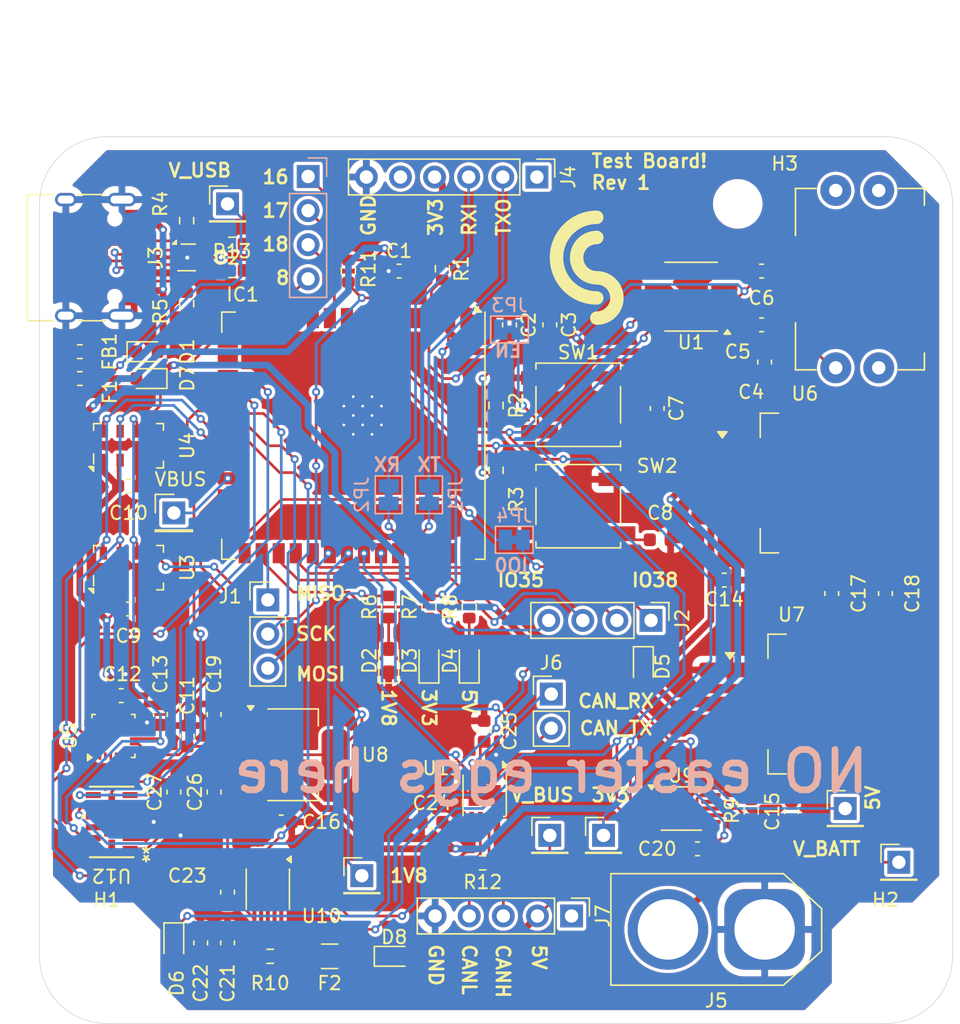
<source format=kicad_pcb>
(kicad_pcb (version 20241229) (generator "pcbnew") (generator_version "9.0")
  (layers (0 "F.Cu" signal) (2 "B.Cu" signal) (13 "F.Paste" user) (15 "B.Paste" user) (5 "F.SilkS" user "F.Silkscreen") (7 "B.SilkS" user "B.Silkscreen") (1 "F.Mask" user) (3 "B.Mask" user) (25 "Edge.Cuts" user))
  (net 0 "")
  (net 1 "Net-(D1-K)")
  (net 2 "/Flashing/VBUS")
  (net 3 "Net-(F1-Pad2)")
  (net 4 "/Flashing/V_USB")
  (net 5 "Net-(JP3-A)")
  (net 6 "/MCU/SDA")
  (net 7 "GND")
  (net 8 "Net-(JP4-A)")
  (net 9 "+1V8")
  (net 10 "Net-(U5-REGOUT)")
  (net 11 "+5V")
  (net 15 "/Power/V_BATT")
  (net 16 "/Power/5V_LDO")
  (net 18 "/Power/V_BUS_Out")
  (net 19 "Net-(D2-A)")
  (net 22 "+3V3")
  (net 24 "/MCU/SCL")
  (net 25 "Net-(D3-A)")
  (net 26 "Net-(D4-A)")
  (net 27 "Net-(D8-K)")
  (net 28 "5V_BUS")
  (net 29 "Net-(U10-Vbus)")
  (net 32 "Net-(U1-VBAT)")
  (net 34 "/Flashing/USB+")
  (net 35 "/Flashing/USB-")
  (net 36 "/Flashing/D+")
  (net 37 "/Flashing/D-")
  (net 38 "/Flashing/EN")
  (net 39 "/Flashing/IO0")
  (net 40 "/Flashing/ESP_TX")
  (net 41 "/Flashing/ESP_RX")
  (net 42 "/Barometer 1/CS")
  (net 43 "/IMU (2g-16g)/CS")
  (net 44 "/Barometer 2/CS")
  (net 45 "/Power/BATT_INPUT")
  (net 46 "/CAN Bus/CAN_TX")
  (net 47 "/CAN Bus/CAN_RX")
  (net 48 "CANL")
  (net 49 "CANH")
  (net 57 "/IMU (2g-16g)/INT")
  (net 65 "/ADXL375/CS")
  (net 66 "/ADXL375/INT2")
  (net 67 "/ADXL375/SCK")
  (net 68 "/ADXL375/MOSI")
  (net 69 "/ADXL375/INT1")
  (net 70 "/ADXL375/MISO")
  (net 74 "/MCU/INA_INT")
  (net 75 "/Flashing/CC2")
  (net 76 "/Flashing/CC1")
  (net 77 "/MCU/IO17")
  (net 78 "/MCU/IO16")
  (net 79 "/MCU/IO18")
  (net 80 "/MCU/IO8")
  (net 83 "Net-(J4-Pin_2)")
  (net 85 "Net-(J4-Pin_3)")
  (net 88 "/MCU/IO36")
  (net 89 "/MCU/IO35")
  (net 90 "/MCU/IO37")
  (net 91 "/MCU/IO38")
  (net 92 "/Flashing/SVD+")
  (net 93 "/Flashing/SVD-")
  (net 94 "/MCU/VBUS_TEST")
  (footprint "Package_LGA:LGA-8_3x5mm_P1.25mm" (layer "F.Cu") (at 138.625 106.075 90)
    (property "Reference" "U3")
    (property "Value" "MS5607-02BA")
  )
  (footprint "Resistor_SMD:R_0603_1608Metric" (layer "F.Cu") (at 185 124.175 90)
    (property "Reference" "R9")
    (property "Value" "200m")
  )
  (footprint "Resistor_SMD:R_0603_1608Metric" (layer "F.Cu") (at 166 98.825 90)
    (property "Reference" "R3")
    (property "Value" "4.7k")
  )
  (footprint "LED_SMD:LED_0603_1608Metric_Pad1.05x0.95mm_HandSolder" (layer "F.Cu") (at 158 113 90)
    (property "Reference" "D2")
    (property "Value" "GREEN")
  )
  (footprint "Capacitor_SMD:C_0603_1608Metric" (layer "F.Cu") (at 186 90.775 90)
    (property "Reference" "C4")
    (property "Value" "0.1uF")
  )
  (footprint "Resistor_SMD:R_0603_1608Metric" (layer "F.Cu") (at 142.955 86.425 -90)
    (property "Reference" "R5")
    (property "Value" "5.1k")
  )
  (footprint "LED_SMD:LED_0603_1608Metric_Pad1.05x0.95mm_HandSolder" (layer "F.Cu") (at 164 113 90)
    (property "Reference" "D4")
    (property "Value" "GREEN")
  )
  (footprint "Package_SO:VSSOP-10_3x3mm_P0.5mm" (layer "F.Cu") (at 179.8 124)
    (property "Reference" "U9")
    (property "Value" "INA233")
  )
  (footprint "Diode_SMD:D_0603_1608Metric" (layer "F.Cu") (at 140 92 180)
    (property "Reference" "D7")
    (property "Value" "D")
  )
  (footprint "Resistor_SMD:R_0603_1608Metric" (layer "F.Cu") (at 158 109 90)
    (property "Reference" "R6")
    (property "Value" "220")
  )
  (footprint "Fuse:Fuse_0603_1608Metric" (layer "F.Cu") (at 135 92 180)
    (property "Reference" "F1")
    (property "Value" "5V/3A")
  )
  (footprint "MountingHole:MountingHole_3.2mm_M3" (layer "F.Cu") (at 195 135)
    (property "Reference" "H2")
    (property "Value" "MountingHole")
  )
  (footprint "Connector_PinHeader_2.54mm:PinHeader_1x04_P2.54mm_Vertical" (layer "F.Cu") (at 177.54 110 -90)
    (property "Reference" "J2")
    (property "Value" "Conn_01x04_Pin")
  )
  (footprint "Connector_PinHeader_2.54mm:PinHeader_1x01_P2.54mm_Vertical" (layer "F.Cu") (at 156 129)
    (property "Reference" "TP4" (hide yes))
    (property "Value" "1V8")
  )
  (footprint "Resistor_SMD:R_0603_1608Metric" (layer "F.Cu") (at 149.175 135 180)
    (property "Reference" "R10")
    (property "Value" "200m")
  )
  (footprint "Connector_PinHeader_2.54mm:PinHeader_1x01_P2.54mm_Vertical" (layer "F.Cu") (at 142 102)
    (property "Reference" "VBUS")
    (property "Value" "VBUS")
  )
  (footprint "Package_TO_SOT_SMD:TO-263-3_TabPin2" (layer "F.Cu") (at 190.5 99.775)
    (property "Reference" "U6")
    (property "Value" "LM1085-3.3")
  )
  (footprint "Capacitor_SMD:C_0603_1608Metric" (layer "F.Cu") (at 138.625 100)
    (property "Reference" "C10")
    (property "Value" "0.1uF")
  )
  (footprint "Diode_SMD:D_0603_1608Metric" (layer "F.Cu") (at 142 134 -90)
    (property "Reference" "D6")
    (property "Value" "D")
  )
  (footprint "RF_Module:ESP32-S3-WROOM-1U" (layer "F.Cu") (at 155.371683 96.25 -90)
    (property "Reference" "IC1")
    (property "Value" "ESP32-S3-WROOM-1U-N16")
  )
  (footprint "Capacitor_SMD:C_0603_1608Metric" (layer "F.Cu") (at 170 88 -90)
    (property "Reference" "C3")
    (property "Value" "0.1uF")
  )
  (footprint "MountingHole:MountingHole_3.2mm_M3" (layer "F.Cu") (at 137 135)
    (property "Reference" "H1")
    (property "Value" "MountingHole")
  )
  (footprint "Diode_SMD:D_0603_1608Metric" (layer "F.Cu") (at 176.96887 113.44062 -90)
    (property "Reference" "D5")
    (property "Value" "D")
  )
  (footprint "Capacitor_SMD:C_0603_1608Metric" (layer "F.Cu") (at 185.775 84)
    (property "Reference" "C6")
    (property "Value" "0.1uF")
  )
  (footprint "Resistor_SMD:R_0603_1608Metric" (layer "F.Cu") (at 146.328862 83.95678)
    (property "Reference" "R13")
    (property "Value" "22")
  )
  (footprint "Capacitor_SMD:C_0603_1608Metric" (layer "F.Cu") (at 144 134 90)
    (property "Reference" "C22")
    (property "Value" "0.1uF")
  )
  (footprint "Connector_PinHeader_2.54mm:PinHeader_1x05_P2.54mm_Vertical" (layer "F.Cu") (at 171.62 132 -90)
    (property "Reference" "J7")
    (property "Value" "Conn_01x05_Socket")
  )
  (footprint "Resistor_SMD:R_0603_1608Metric" (layer "F.Cu") (at 146.325 82)
    (property "Reference" "R14" (hide yes))
    (property "Value" "22")
  )
  (footprint "Package_LGA:LGA-8_3x5mm_P1.25mm" (layer "F.Cu") (at 138.625 97 90)
    (property "Reference" "U4")
    (property "Value" "MS5607-02BA")
  )
  (footprint "Button_Switch_SMD:SW_SPST_EVPBF" (layer "F.Cu") (at 172.12 101.5)
    (property "Reference" "SW2")
    (property "Value" "SW_Push")
  )
  (footprint "Capacitor_SMD:C_0603_1608Metric" (layer "F.Cu") (at 138.625 109.15)
    (property "Reference" "C9")
    (property "Value" "0.1uF")
  )
  (footprint "Diode_SMD:D_0603_1608Metric" (layer "F.Cu") (at 140 90)
    (property "Reference" "D1")
    (property "Value" "D")
  )
  (footprint "Fuse:Fuse_1206_3216Metric" (layer "F.Cu") (at 153.6 135 180)
    (property "Reference" "F2")
    (property "Value" "Polyfuse")
  )
  (footprint "Package_DFN_QFN:DFN-8-1EP_3x3mm_P0.65mm_EP1.55x2.4mm" (layer "F.Cu") (at 165.150574 123.026868 -90)
    (property "Reference" "U11")
    (property "Value" "MCP2542FDxMF")
  )
  (footprint "Connector_USB:USB_C_Receptacle_HRO_TYPE-C-31-M-12" (layer "F.Cu") (at 135 83 -90)
    (property "Reference" "J3")
    (property "Value" "USB_C_Receptacle_USB2.0_16P")
  )
  (footprint "Resistor_SMD:R_0603_1608Metric" (layer "F.Cu") (at 165 128.04643 180)
    (property "Reference" "R12")
    (property "Value" "120")
  )
  (footprint "Capacitor_SMD:C_0603_1608Metric" (layer "F.Cu") (at 195 108 -90)
    (property "Reference" "C18")
    (property "Value" "10uF")
  )
  (footprint "Package_SO:SOIC-8_3.9x4.9mm_P1.27mm" (layer "F.Cu") (at 180.525 85.905 180)
    (property "Reference" "U1")
    (property "Value" "DS3232M")
  )
  (footprint "Capacitor_SMD:C_0603_1608Metric" (layer "F.Cu") (at 181 127 180)
    (property "Reference" "C20")
    (property "Value" "0.1uF")
  )
  (footprint "Capacitor_SMD:C_0603_1608Metric" (layer "F.Cu") (at 185.775 88)
    (property "Reference" "C5")
    (property "Value" "1uF")
  )
  (footprint "Capacitor_SMD:C_0603_1608Metric" (layer "F.Cu") (at 178 94.225 -90)
    (property "Reference" "C7")
    (property "Value" "0.1uF")
  )
  (footprint "Package_TO_SOT_SMD:SOT-223-3_TabPin2" (layer "F.Cu") (at 150.85 120)
    (property "Reference" "U8")
    (property "Value" "AMS1117-1.8")
  )
  (footprint "Package_SO:VSSOP-10_3x3mm_P0.5mm" (layer "F.Cu") (at 149 130 -90)
    (property "Reference" "U10")
    (property "Value" "INA233")
  )
  (footprint "Capacitor_SMD:C_0603_1608Metric" (layer "F.Cu") (at 167 88.003652 -90)
    (property "Reference" "C2")
    (property "Value" "22uF")
  )
  (footprint "Connector_PinHeader_2.54mm:PinHeader_1x03_P2.54mm_Vertical" (layer "F.Cu") (at 149 108.475)
    (property "Reference" "J1")
    (property "Value" "Conn_01x03_Pin")
  )
  (footprint "Capacitor_SMD:C_0603_1608Metric" (layer "F.Cu") (at 146 130.225 90)
    (property "Reference" "C23")
    (property "Value" "0.1uF")
  )
  (footprint "Capacitor_SMD:C_0603_1608Metric" (layer "F.Cu") (at 143 118.6 -90)
    (property "Reference" "C11")
    (property "Value" "0.1uF")
  )
  (footprint "Connector_AMASS:AMASS_XT60-M_1x02_P7.20mm_Vertical" (layer "F.Cu") (at 186 133 180)
    (property "Reference" "J5")
    (property "Value" "Conn_01x02")
  )
  (footprint "Capacitor_SMD:C_0603_1608Metric" (layer "F.Cu") (at 142 122.775 90)
    (property "Reference" "C27")
    (property "Value" "0.1uF")
  )
  (footprint "Connector_PinHeader_2.54mm:PinHeader_1x02_P2.54mm_Vertical" (layer "F.Cu") (at 170.11 115.485)
    (property "Reference" "J6")
    (property "Value" "Conn_01x02_Socket")
  )
  (footprint "Connector_PinHeader_2.54mm:PinHeader_1x01_P2.54mm_Vertical" (layer "F.Cu") (at 192 124)
    (property "Reference" "5V1" (hide yes))
    (property "Value" "5V")
  )
  (footprint "Resistor_SMD:R_0603_1608Metric" (layer "F.Cu") (at 161 109 90)
    (property "Reference" "R7")
    (property "Value" "1k")
  )
  (footprint "Connector_PinHeader_2.54mm:PinHeader_1x01_P2.54mm_Vertical" (layer "F.Cu") (at 146 79)
    (property "Reference" "TP5" (hide yes))
    (property "Value" "V_USB")
  )
  (footprint "Capacitor_SMD:C_0603_1608Metric" (layer "F.Cu") (at 146 134 90)
    (property "Reference" "C21")
    (property "Value" "47uF")
  )
  (footprint "Inductor_SMD:L_0603_1608Metric_Pad1.05x0.95mm_HandSolder" (layer "F.Cu") (at 135 90 180)
    (property "Reference" "FB1")
    (property "Value" "BLM21PG221")
  )
  (footprint "Package_TO_SOT_SMD:SOT-666" (layer "F.Cu") (at 142.954421 82.982806)
    (property "Reference" "U2")
    (property "Value" "USBLC6-2P6")
  )
  (footprint "LED_SMD:LED_0603_1608Metric_Pad1.05x0.95mm_HandSolder" (layer "F.Cu") (at 161 113 90)
    (property "Reference" "D3")
    (property "Value" "GREEN")
  )
  (footprint "Capacitor_SMD:C_0603_1608Metric" (layer "F.Cu") (at 165.11 118.25 90)
    (property "Reference" "C25")
    (property "Value" "0.1uF")
  )
  (footprint "Resistor_SMD:R_0603_1608Metric" (layer "F.Cu") (at 164 109 90)
    (property "Reference" "R8")
    (property "Value" "1k")
  )
  (footprint "Resistor_SMD:R_0603_1608Metric" (layer "F.Cu") (at 142.955 80.25 90)
    (property "Reference" "R4")
    (property "Value" "5.1k")
  )
  (footprint "Resistor_SMD:R_0603_1608Metric" (layer "F.Cu") (at 155 84 90)
    (property "Reference" "R11")
    (property "Value" "1k")
  )
  (footprint "Capacitor_SMD:C_0603_1608Metric" (layer "F.Cu") (at 188 124.225 90)
    (property "Reference" "C15")
    (property "Value" "10uF")
  )
  (footprint "Package_TO_SOT_SMD:TO-263-3_TabPin2" (layer "F.Cu") (at 191.075 116.225)
    (property "Reference" "U7")
    (property "Value" "LM1085-5.0")
  )
  (footprint "Capacitor_SMD:C_0603_1608Metric" (layer "F.Cu") (at 141 117 90)
    (property "Reference" "C13")
    (property "Value" "0.1uF")
  )
  (footprint "Connector_PinHeader_2.54mm:PinHeader_1x01_P2.54mm_Vertical" (layer "F.Cu") (at 170 126)
    (property "Reference" "TP1" (hide yes))
    (property "Value" "V_BUS")
  )
  (footprint "Resistor_SMD:R_0603_1608Metric" (layer "F.Cu") (at 166 94 -90)
    (property "Reference" "R2")
    (property "Value" "4.7k")
  )
  (footprint "Connector_PinHeader_2.54mm:PinHeader_1x06_P2.54mm_Vertical" (layer "F.Cu") (at 169.04 77 -90)
    (property "Reference" "J4")
    (property "Value" "Conn_01x06_Socket")
  )
  (footprint "Connector_PinHeader_2.54mm:PinHeader_1x01_P2.54mm_Vertical" (layer "F.Cu") (at 174 126)
    (property "Reference" "TP2" (hide yes))
    (property "Value" "3V3")
  )
  (footprint "Capacitor_SMD:C_0603_1608Metric" (layer "F.Cu") (at 145 122.775 90)
    (property "Reference" "C26")
    (property "Value" "1uF")
  )
  (footprint "Sensor_Motion:InvenSense_QFN-24_3x3mm_P0.4mm" (layer "F.Cu") (at 137.5 118.6 90)
    (property "Reference" "U5")
    (property "Value" "ICM-20948")
  )
  (footprint "Battery:BAT_BAT-HLD-012-THM" (layer "F.Cu") (at 192.9 84.6 90)
    (property "Reference" "BT1" (hide yes))
    (property "Value" "BAT-HLD-012-THM")
  )
  (footprint "Capacitor_SMD:C_0603_1608Metric" (layer "F.Cu") (at 150 125)
    (property "Reference" "C16")
    (property "Value" "10uF")
  )
  (footprint "Button_Switch_SMD:SW_SPST_EVPBF" (layer "F.Cu") (at 172.12 93.95)
    (property "Reference" "SW1")
    (property "Value" "SW_Push")
  )
  (footprint "Capacitor_SMD:C_0603_1608Metric" (layer "F.Cu") (at 138.08 115.6)
    (property "Reference" "C12")
    (property "Value" "0.1uF")
  )
  (footprint "Diode_SMD:D_0603_1608Metric" (layer "F.Cu") (at 158.4125 135)
    (property "Reference" "D8")
    (property "Value" "D")
  )
  (footprint "Capacitor_SMD:C_0603_1608Metric" (layer "F.Cu") (at 161.225 125.025)
    (property "Reference" "C24")
    (property "Value" "0.1uF")
  )
  (footprint "Capacitor_SMD:C_0603_1608Metric" (layer "F.Cu") (at 158.775 84)
    (property "Reference" "C1")
    (property "Value" "1uF")
  )
  (footprint "Capacitor_SMD:C_0603_1608Metric" (layer "F.Cu") (at 145 117 90)
    (property "Reference" "C19")
    (property "Value" "22uF")
  )
  (footprint "Capacitor_SMD:C_0603_1608Metric" (layer "F.Cu") (at 191 108 90)
    (property "Reference" "C17")
    (property "Value" "10uF")
  )
  (footprint "Connector_PinHeader_2.54mm:PinHeader_1x01_P2.54mm_Vertical" (layer "F.Cu") (at 196 128)
    (property "Reference" "TP3" (hide yes))
    (property "Value" "V_BATT")
  )
  (footprint "Capacitor_SMD:C_0603_1608Metric" (layer "F.Cu") (at 178.225 104 180)
    (property "Reference" "C8")
    (property "Value" "0.1uF")
  )
  (footprint "Capacitor_SMD:C_0603_1608Metric" (layer "F.Cu") (at 183 107 180)
    (property "Reference" "C14")
    (property "Value" "10uF")
  )
  (footprint "MountingHole:MountingHole_3.2mm_M3" (layer "F.Cu") (at 184 79)
    (property "Reference" "H3")
    (property "Value" "MountingHole")
  )
  (footprint "Sensor_Motion:LGA_CC-14-1_ADI" (layer "F.Cu") (at 137.370901 124.999999 180)
    (property "Reference" "U12")
    (property "Value" "ADXL375BCCZ-RL7")
  )
  (footprint "Resistor_SMD:R_0603_1608Metric" (layer "F.Cu") (at 162 83.825 -90)
    (property "Reference" "R1")
    (property "Value" "10k")
  )
  (footprint "Jumper:SolderJumper-2_P1.3mm_Bridged_Pad1.0x1.5mm" (layer "B.Cu") (at 167 88.35 180)
    (property "Reference" "JP3")
    (property "Value" "SolderJumper_2_Bridged")
  )
  (footprint "Jumper:SolderJumper-2_P1.3mm_Bridged_Pad1.0x1.5mm" (layer "B.Cu") (at 167.35 104 180)
    (property "Reference" "JP4")
    (property "Value" "SolderJumper_2_Bridged")
  )
  (footprint "Connector_PinHeader_2.54mm:PinHeader_1x04_P2.54mm_Vertical" (layer "B.Cu") (at 152 76.96 180)
    (property "Reference" "J8" (hide yes))
    (property "Value" "Conn_01x04_Pin")
  )
  (footprint "Jumper:SolderJumper-2_P1.3mm_Bridged_Pad1.0x1.5mm" (layer "B.Cu") (at 158 100.65 -90)
    (property "Reference" "JP2")
    (property "Value" "SolderJumper_2_Bridged")
  )
  (footprint "Jumper:SolderJumper-2_P1.3mm_Bridged_Pad1.0x1.5mm" (layer "B.Cu") (at 161 100.65 90)
    (property "Reference" "JP1")
    (property "Value" "SolderJumper_2_Bridged")
  )
  (gr_arc (start 173.5 86) (mid 170.5 83) (end 173.5 80) (stroke (width 1)) (layer "F.SilkS"))
  (gr_arc (start 173.5 84.5) (mid 175 86) (end 173.5 87.5) (stroke (width 1)) (layer "F.SilkS"))
  (gr_arc (start 173.5 84.5) (mid 172 83) (end 173.5 81.5) (stroke (width 1)) (layer "F.SilkS"))
  (gr_line (start 137 140) (end 195 140) (stroke (width 0.05)) (layer "Edge.Cuts"))
  (gr_line (start 195 74) (end 137 74) (stroke (width 0.05)) (layer "Edge.Cuts"))
  (gr_arc (start 200 135) (mid 198.535534 138.535534) (end 195 140) (stroke (width 0.05)) (layer "Edge.Cuts"))
  (gr_line (start 200 135) (end 200 79) (stroke (width 0.05)) (layer "Edge.Cuts"))
  (gr_arc (start 195 74) (mid 198.535534 75.464466) (end 200 79) (stroke (width 0.05)) (layer "Edge.Cuts"))
  (gr_line (start 132 79) (end 132 135) (stroke (width 0.05)) (layer "Edge.Cuts"))
  (gr_arc (start 132 79) (mid 133.464466 75.464466) (end 137 74) (stroke (width 0.05)) (layer "Edge.Cuts"))
  (gr_arc (start 137 140) (mid 133.464466 138.535534) (end 132 135) (stroke (width 0.05)) (layer "Edge.Cuts"))
  (gr_text "CANH" (at 166.504763 134 270) (layer "F.SilkS") (effects (font (size 1 1) (thickness 0.2) (bold yes)) (justify left)))
  (gr_text "Test Board!\nRev 1" (at 173 78 0) (layer "F.SilkS") (effects (font (size 1 1) (thickness 0.2) (bold yes)) (justify left bottom)))
  (gr_text "GND" (at 156.5 81.5 90) (layer "F.SilkS") (effects (font (size 1 1) (thickness 0.2) (bold yes)) (justify left)))
  (gr_text "3V3" (at 161.5 81.5 90) (layer "F.SilkS") (effects (font (size 1 1) (thickness 0.2) (bold yes)) (justify left)))
  (gr_text "18" (at 148.5 82 0) (layer "F.SilkS") (effects (font (size 1 1) (thickness 0.2) (bold yes)) (justify left)))
  (gr_text "RXI" (at 164 81.5 90) (layer "F.SilkS") (effects (font (size 1 1) (thickness 0.2) (bold yes)) (justify left)))
  (gr_text "SCK" (at 151 111 0) (layer "F.SilkS") (effects (font (size 1 1) (thickness 0.2) (bold yes)) (justify left)))
  (gr_text "3V3" (at 161 115 270) (layer "F.SilkS") (effects (font (size 1 1) (thickness 0.2) (bold yes)) (justify left)))
  (gr_text "1V8" (at 158 115 270) (layer "F.SilkS") (effects (font (size 1 1) (thickness 0.2) (bold yes)) (justify left)))
  (gr_text "TXO" (at 166.55896 81.5 90) (layer "F.SilkS") (effects (font (size 1 1) (thickness 0.2) (bold yes)) (justify left)))
  (gr_text "8" (at 149.5 84.5 0) (layer "F.SilkS") (effects (font (size 1 1) (thickness 0.2) (bold yes)) (justify left)))
  (gr_text "IO35" (at 166 107 0) (layer "F.SilkS") (effects (font (size 1 1) (thickness 0.2)) (justify left)))
  (gr_text "V_BUS" (at 167 123 0) (layer "F.SilkS") (effects (font (size 1 1) (thickness 0.2) (bold yes)) (justify left)))
  (gr_text "1V8" (at 158 129 0) (layer "F.SilkS") (effects (font (size 1 1) (thickness 0.2) (bold yes)) (justify left)))
  (gr_text "3V3" (at 173 123 0) (layer "F.SilkS") (effects (font (size 1 1) (thickness 0.2) (bold yes)) (justify left)))
  (gr_text "V_BATT" (at 188 127 0) (layer "F.SilkS") (effects (font (size 1 1) (thickness 0.2) (bold yes)) (justify left)))
  (gr_text "V_USB" (at 141.5 76.5 0) (layer "F.SilkS") (effects (font (size 1 1) (thickness 0.2) (bold yes)) (justify left)))
  (gr_text "CAN_RX" (at 172 116 0) (layer "F.SilkS") (effects (font (size 1 1) (thickness 0.2) (bold yes)) (justify left)))
  (gr_text "5V" (at 164 115 270) (layer "F.SilkS") (effects (font (size 1 1) (thickness 0.2) (bold yes)) (justify left)))
  (gr_text "5V" (at 169.207622 134.031612 270) (layer "F.SilkS") (effects (font (size 1 1) (thickness 0.2) (bold yes)) (justify left)))
  (gr_text "CAN_TX" (at 172.11 118.025 0) (layer "F.SilkS") (effects (font (size 1 1) (thickness 0.2) (bold yes)) (justify left)))
  (gr_text "IO38" (at 176 107 0) (layer "F.SilkS") (effects (font (size 1 1) (thickness 0.2)) (justify left)))
  (gr_text "17\n" (at 148.5 79.5 0) (layer "F.SilkS") (effects (font (size 1 1) (thickness 0.2) (bold yes)) (justify left)))
  (gr_text "16\n" (at 148.5 77 0) (layer "F.SilkS") (effects (font (size 1 1) (thickness 0.2) (bold yes)) (justify left)))
  (gr_text "MISO" (at 151 108 0) (layer "F.SilkS") (effects (font (size 1 1) (thickness 0.2) (bold yes)) (justify left)))
  (gr_text "CANL" (at 164 134 270) (layer "F.SilkS") (effects (font (size 1 1) (thickness 0.2) (bold yes)) (justify left)))
  (gr_text "MOSI" (at 151 114 0) (layer "F.SilkS") (effects (font (size 1 1) (thickness 0.2) (bold yes)) (justify left)))
  (gr_text "5V" (at 194.062252 124.25159 90) (layer "F.SilkS") (effects (font (size 1 1) (thickness 0.2) (bold yes)) (justify left)))
  (gr_text "GND" (at 161.510008 134 270) (layer "F.SilkS") (effects (font (size 1 1) (thickness 0.2) (bold yes)) (justify left)))
  (gr_text "RX" (at 159 99 0) (layer "B.SilkS") (effects (font (size 1 1) (thickness 0.2) (bold yes)) (justify left bottom mirror)))
  (gr_text "TX" (at 162 99 0) (layer "B.SilkS") (effects (font (size 1 1) (thickness 0.2) (bold yes)) (justify left bottom mirror)))
  (gr_text "IO0" (at 168.5 106.5 0) (layer "B.SilkS") (effects (font (size 1 1) (thickness 0.2) (bold yes)) (justify left bottom mirror)))
  (gr_text "EN" (at 168 90.5 0) (layer "B.SilkS") (effects (font (size 1 1) (thickness 0.2) (bold yes)) (justify left bottom mirror)))
  (gr_text "NO easter eggs here" (at 194 123 0) (layer "B.SilkS") (effects (font (size 3 3) (thickness 0.5) (bold yes)) (justify left bottom mirror)))
  (segment (start 139.2125 90) (end 135.875 90) (width 0.5) (layer "F.Cu") (net 1))
  (segment (start 140.81577 80.55) (end 141.194898 80.929128) (width 0.5) (layer "F.Cu") (net 2))
  (segment (start 141.194898 89.592602) (end 140.7875 90) (width 0.5) (layer "F.Cu") (net 2))
  (segment (start 141.094898 85.45) (end 141.194898 85.35) (width 0.5) (layer "F.Cu") (net 2))
  (segment (start 138.915 80.55) (end 140.81577 80.55) (width 0.5) (layer "F.Cu") (net 2))
  (segment (start 138.915 85.45) (end 141.094898 85.45) (width 0.5) (layer "F.Cu") (net 2))
  (segment (start 141.194898 85.35) (end 141.194898 89.592602) (width 0.5) (layer "F.Cu") (net 2))
  (via (at 141.194898 85.35) (size 0.6) (drill 0.3) (layers "F.Cu" "B.Cu") (net 2))
  (via (at 141.194898 80.929128) (size 0.6) (drill 0.3) (layers "F.Cu" "B.Cu") (net 2))
  (segment (start 141.194898 80.929128) (end 141.194898 85.35) (width 0.5) (layer "B.Cu") (net 2))
  (segment (start 134.125 91.9125) (end 134.2125 92) (width 0.5) (layer "F.Cu") (net 3))
  (segment (start 134.125 90) (end 134.125 91.9125) (width 0.5) (layer "F.Cu") (net 3))
  (segment (start 143.879421 82.982806) (end 145.498974 82.982806) (width 0.2) (layer "F.Cu") (net 4))
  (segment (start 135.7875 92) (end 137 92) (width 0.5) (layer "F.Cu") (net 4))
  (segment (start 137 92) (end 139.2125 92) (width 0.5) (layer "F.Cu") (net 4))
  (segment (start 138 91) (end 137 92) (width 0.2) (layer "F.Cu") (net 4))
  (segment (start 145.498974 82.982806) (end 145.5 82.98178) (width 0.2) (layer "F.Cu") (net 4))
  (via (at 145.5 82.98178) (size 0.6) (drill 0.3) (layers "F.Cu" "B.Cu") (net 4))
  (via (at 138 91) (size 0.6) (drill 0.3) (layers "F.Cu" "B.Cu") (net 4))
  (segment (start 147 80) (end 146 79) (width 0.2) (layer "B.Cu") (net 4))
  (segment (start 147 83.5) (end 147 80) (width 0.2) (layer "B.Cu") (net 4))
  (segment (start 147 83.5) (end 146.974068 83.5) (width 0.2) (layer "B.Cu") (net 4))
  (segment (start 145.5 82.98178) (end 146.455848 82.98178) (width 0.2) (layer "B.Cu") (net 4))
  (segment (start 146.370828 85) (end 144 85) (width 0.2) (layer "B.Cu") (net 4))
  (segment (start 146.73978 84.711256) (end 147 84.451036) (width 0.2) (layer "B.Cu") (net 4))
  (segment (start 146.659572 84.711256) (end 146.73978 84.711256) (width 0.2) (layer "B.Cu") (net 4))
  (segment (start 144 85) (end 138 91) (width 0.2) (layer "B.Cu") (net 4))
  (segment (start 146.659572 84.711256) (end 146.370828 85) (width 0.2) (layer "B.Cu") (net 4))
  (segment (start 146.455848 82.98178) (end 146.974068 83.5) (width 0.2) (layer "B.Cu") (net 4))
  (segment (start 147 84.451036) (end 147 83.5) (width 0.2) (layer "B.Cu") (net 4))
  (segment (start 177 96) (end 178 95) (width 0.2) (layer "F.Cu") (net 5))
  (segment (start 168 94) (end 169.12 95.12) (width 0.2) (layer "F.Cu") (net 5))
  (segment (start 174.88 96) (end 177 96) (width 0.2) (layer "F.Cu") (net 5))
  (segment (start 169.12 95.12) (end 169.12 96) (width 0.2) (layer "F.Cu") (net 5))
  (segment (start 169.12 96) (end 174.88 96) (width 0.2) (layer "F.Cu") (net 5))
  (via (at 168 94) (size 0.6) (drill 0.3) (layers "F.Cu" "B.Cu") (net 5))
  (segment (start 167.65 88.35) (end 167.65 93.65) (width 0.2) (layer "B.Cu") (net 5))
  (segment (start 167.65 93.65) (end 168 94) (width 0.2) (layer "B.Cu") (net 5))
  (segment (start 148.5 127.8) (end 148.5 128.55741) (width 0.2) (layer "F.Cu") (net 6))
  (segment (start 163.8 96) (end 166 96) (width 0.2) (layer "F.Cu") (net 6))
  (segment (start 171 98) (end 168.645 98) (width 0.2) (layer "F.Cu") (net 6))
  (segment (start 178.625 124.23241) (end 178.35741 124.5) (width 0.2) (layer "F.Cu") (net 6))
  (segment (start 148.5 128.55741) (end 148.94259 129) (width 0.2) (layer "F.Cu") (net 6))
  (segment (start 156.1 87.35) (end 156.1 88.3) (width 0.2) (layer "F.Cu") (net 6))
  (segment (start 168.645 98) (end 167 96.355) (width 0.2) (layer "F.Cu") (net 6))
  (segment (start 176 123.65741) (end 176.84259 124.5) (width 0.2) (layer "F.Cu") (net 6))
  (segment (start 177.6 123.5) (end 178.35741 123.5) (width 0.2) (layer "F.Cu") (net 6))
  (segment (start 156.1 88.3) (end 163.8 96) (width 0.2) (layer "F.Cu") (net 6))
  (segment (start 176 88) (end 177.46 86.54) (width 0.2) (layer "F.Cu") (net 6))
  (segment (start 166 96) (end 167 96) (width 0.2) (layer "F.Cu") (net 6))
  (segment (start 176 119) (end 176 123.65741) (width 0.2) (layer "F.Cu") (net 6))
  (segment (start 178.35741 124.5) (end 177.6 124.5) (width 0.2) (layer "F.Cu") (net 6))
  (segment (start 178.35741 123.5) (end 178.625 123.76759) (width 0.2) (layer "F.Cu") (net 6))
  (segment (start 167 96.355) (end 167 96) (width 0.2) (layer "F.Cu") (net 6))
  (segment (start 178.625 123.76759) (end 178.625 124.23241) (width 0.2) (layer "F.Cu") (net 6))
  (segment (start 166 94.825) (end 166 96) (width 0.2) (layer "F.Cu") (net 6))
  (segment (start 177.46 86.54) (end 178.05 86.54) (width 0.2) (layer "F.Cu") (net 6))
  (segment (start 176.84259 124.5) (end 177.6 124.5) (width 0.2) (layer "F.Cu") (net 6))
  (segment (start 159 132) (end 155 132) (width 0.2) (layer "F.Cu") (net 6))
  (segment (start 155 132) (end 152 129) (width 0.2) (layer "F.Cu") (net 6))
  (segment (start 148.94259 129) (end 152 129) (width 0.2) (layer "F.Cu") (net 6))
  (via (at 176 119) (size 0.6) (drill 0.3) (layers "F.Cu" "B.Cu") (net 6))
  (via (at 167 96) (size 0.6) (drill 0.3) (layers "F.Cu" "B.Cu") (net 6))
  (via (at 176 88) (size 0.6) (drill 0.3) (layers "F.Cu" "B.Cu") (net 6))
  (via (at 171 98) (size 0.6) (drill 0.3) (layers "F.Cu" "B.Cu") (net 6))
  (via (at 159 132) (size 0.6) (drill 0.3) (layers "F.Cu" "B.Cu") (net 6))
  (segment (start 173 98) (end 182 107) (width 0.2) (layer "B.Cu") (net 6))
  (segment (start 182 107) (end 182 113) (width 0.2) (layer "B.Cu") (net 6))
  (segment (start 165 124) (end 163 124) (width 0.2) (layer "B.Cu") (net 6))
  (segment (start 168 121) (end 165 124) (width 0.2) (layer "B.Cu") (net 6))
  (segment (start 182 113) (end 176 119) (width 0.2) (layer "B.Cu") (net 6))
  (segment (start 163 124) (end 160 127) (width 0.2) (layer "B.Cu") (net 6))
  (segment (start 160 128) (end 160 131) (width 0.2) (layer "B.Cu") (net 6))
  (segment (start 171 98) (end 173 98) (width 0.2) (layer "B.Cu") (net 6))
  (segment (start 167 96) (end 168 96) (width 0.2) (layer "B.Cu") (net 6))
  (segment (start 160 131) (end 159 132) (width 0.2) (layer "B.Cu") (net 6))
  (segment (start 168 96) (end 176 88) (width 0.2) (layer "B.Cu") (net 6))
  (segment (start 160 127) (end 160 128) (width 0.2) (layer "B.Cu") (net 6))
  (segment (start 176 119) (end 174 121) (width 0.2) (layer "B.Cu") (net 6))
  (segment (start 174 121) (end 168 121) (width 0.2) (layer "B.Cu") (net 6))
  (segment (start 165.11 117.475) (end 165.11 116.61) (width 0.2) (layer "F.Cu") (net 7))
  (segment (start 139 118) (end 139.6 118) (width 0.2) (layer "F.Cu") (net 7))
  (segment (start 135.424 117.403226) (end 135.424 117.796774) (width 0.2) (layer "F.Cu") (net 7))
  (segment (start 165.475574 120.524426) (end 166 120) (width 0.2) (layer "F.Cu") (net 7))
  (segment (start 165.475574 122.701868) (end 165.475574 121.476868) (width 0.2) (layer "F.Cu") (net 7))
  (segment (start 136 118) (end 135.629226 118) (width 0.2) (layer "F.Cu") (net 7))
  (segment (start 138.741802 124.6) (end 140.1 124.6) (width 0.2) (layer "F.Cu") (net 7))
  (segment (start 165.150574 123.026868) (end 165.475574 122.701868) (width 0.2) (layer "F.Cu") (net 7))
  (segment (start 139.6 118) (end 140 117.6) (width 0.2) (layer "F.Cu") (net 7))
  (segment (start 142.029421 82.982806) (end 142.982806 82.982806) (width 0.2) (layer "F.Cu") (net 7))
  (segment (start 138.741802 123.799999) (end 138.741802 124.6) (width 0.2) (layer "F.Cu") (net 7))
  (segment (start 149.5 127.8) (end 150 127.8) (width 0.2) (layer "F.Cu") (net 7))
  (segment (start 142.982806 82.982806) (end 143 83) (width 0.2) (layer "F.Cu") (net 7))
  (segment (start 135.629226 118) (end 135.628226 118.001) (width 0.2) (layer "F.Cu") (net 7))
  (segment (start 136.5 117.1) (end 135.727226 117.1) (width 0.2) (layer "F.Cu") (net 7))
  (segment (start 135.424 117.796774) (end 135.628226 118.001) (width 0.2) (layer "F.Cu") (net 7))
  (segment (start 135.727226 117.1) (end 135.424 117.403226) (width 0.2) (layer "F.Cu") (net 7))
  (segment (start 165.150574 123.026868) (end 164.026868 123.026868) (width 0.2) (layer "F.Cu") (net 7))
  (segment (start 164.026868 123.026868) (end 163 122) (width 0.2) (layer "F.Cu") (net 7))
  (segment (start 165.11 116.61) (end 164.5 116) (width 0.2) (layer "F.Cu") (net 7))
  (segment (start 140.1 124.6) (end 140.5 125) (width 0.2) (layer "F.Cu") (net 7))
  (segment (start 141.866158 82.982806) (end 141.848964 83) (width 0.2) (layer "F.Cu") (net 7))
  (segment (start 165.475574 121.476868) (end 165.475574 120.524426) (width 0.2) (layer "F.Cu") (net 7))
  (via (at 140 117.6) (size 0.6) (drill 0.3) (layers "F.Cu" "B.Cu") (net 7))
  (via (at 166 120) (size 0.6) (drill 0.3) (layers "F.Cu" "B.Cu") (net 7))
  (via (at 164.5 116) (size 0.6) (drill 0.3) (layers "F.Cu" "B.Cu") (net 7))
  (via (at 158 84) (size 0.6) (drill 0.3) (layers "F.Cu" "B.Cu") (net 7))
  (via (at 138.4 114) (size 0.6) (drill 0.3) (layers "F.Cu" "B.Cu") (net 7))
  (via (at 143 83) (size 0.6) (drill 0.3) (layers "F.Cu" "B.Cu") (net 7))
  (via (at 142.5 126) (size 0.6) (drill 0.3) (layers "F.Cu" "B.Cu") (net 7))
  (via (at 140.5 125) (size 0.6) (drill 0.3) (layers "F.Cu" "B.Cu") (net 7))
  (via (at 163 122) (size 0.6) (drill 0.3) (layers "F.Cu" "B.Cu") (net 7))
  (segment (start 141.5 125) (end 142.5 126) (width 0.2) (layer "B.Cu") (net 7))
  (segment (start 140.5 125) (end 141.5 125) (width 0.2) (layer "B.Cu") (net 7))
  (segment (start 140 117.6) (end 138.4 116) (width 0.2) (layer "B.Cu") (net 7))
  (segment (start 138.4 116) (end 138.4 114) (width 0.2) (layer "B.Cu") (net 7))
  (segment (start 174.88 104) (end 177.45 104) (width 0.2) (layer "F.Cu") (net 8))
  (segment (start 169.12 104) (end 172 104) (width 0.2) (layer "F.Cu") (net 8))
  (segment (start 170 106) (end 172 104) (width 0.2) (layer "F.Cu") (net 8))
  (segment (start 169 106) (end 170 106) (width 0.2) (layer "F.Cu") (net 8))
  (segment (start 172 104) (end 174.88 104) (width 0.2) (layer "F.Cu") (net 8))
  (via (at 169 106) (size 0.6) (drill 0.3) (layers "F.Cu" "B.Cu") (net 8))
  (segment (start 168 105) (end 168 104) (width 0.2) (layer "B.Cu") (net 8))
  (segment (start 169 106) (end 168 105) (width 0.2) (layer "B.Cu") (net 8))
  (segment (start 156.175 108.175) (end 156 108) (width 0.2) (layer "F.Cu") (net 9))
  (segment (start 158 108.175) (end 156.175 108.175) (width 0.2) (layer "F.Cu") (net 9))
  (segment (start 154 120) (end 156 118) (width 0.2) (layer "F.Cu") (net 9))
  (segment (start 147.7 120) (end 154 120) (width 0.2) (layer "F.Cu") (net 9))
  (segment (start 140.17136 120) (end 142.375 120) (width 0.2) (layer "F.Cu") (net 9))
  (segment (start 142.375 120) (end 143 119.375) (width 0.2) (layer "F.Cu") (net 9))
  (segment (start 146.625 120) (end 147.7 120) (width 0.2) (layer "F.Cu") (net 9))
  (segment (start 145 117.775) (end 145 118.375) (width 0.2) (layer "F.Cu") (net 9))
  (segment (start 156 118) (end 156 117) (width 0.2) (layer "F.Cu") (net 9))
  (segment (start 146 119.375) (end 146.625 120) (width 0.2) (layer "F.Cu") (net 9))
  (segment (start 143 119.375) (end 146 119.375) (width 0.2) (layer "F.Cu") (net 9))
  (segment (start 139 119.2) (end 139.37136 119.2) (width 0.2) (layer "F.Cu") (net 9))
  (segment (start 139.37136 119.2) (end 140.17136 120) (width 0.2) (layer "F.Cu") (net 9))
  (segment (start 145 118.375) (end 146 119.375) (width 0.2) (layer "F.Cu") (net 9))
  (via (at 156 108) (size 0.6) (drill 0.3) (layers "F.Cu" "B.Cu") (net 9))
  (via (at 156 117) (size 0.6) (drill 0.3) (layers "F.Cu" "B.Cu") (net 9))
  (segment (start 156 129) (end 155 128) (width 0.2) (layer "B.Cu") (net 9))
  (segment (start 156 117) (end 154 115) (width 0.2) (layer "B.Cu") (net 9))
  (segment (start 155 128) (end 155 118) (width 0.2) (layer "B.Cu") (net 9))
  (segment (start 155 118) (end 156 117) (width 0.2) (layer "B.Cu") (net 9))
  (segment (start 155 108) (end 156 108) (width 0.2) (layer "B.Cu") (net 9))
  (segment (start 154 115) (end 154 109) (width 0.2) (layer "B.Cu") (net 9))
  (segment (start 154 109) (end 155 108) (width 0.2) (layer "B.Cu") (net 9))
  (segment (start 140.375 118.4) (end 141 117.775) (width 0.2) (layer "F.Cu") (net 10))
  (segment (start 139 118.4) (end 140.375 118.4) (width 0.2) (layer "F.Cu") (net 10))
  (segment (start 169.25 112.75) (end 169.25 112.425) (width 0.2) (layer "F.Cu") (net 11))
  (segment (start 175 115) (end 175 113.425) (width 0.2) (layer "F.Cu") (net 11))
  (segment (start 180.5 119) (end 179 119) (width 0.2) (layer "F.Cu") (net 11))
  (segment (start 176.820688 112.65312) (end 176.96887 112.65312) (width 0.5) (layer "F.Cu") (net 11))
  (segment (start 175.77188 112.65312) (end 176.96887 112.65312) (width 0.2) (layer "F.Cu") (net 11))
  (segment (start 168 114) (end 169.25 112.75) (width 0.2) (layer "F.Cu") (net 11))
  (segment (start 182 110) (end 179.34688 112.65312) (width 0.5) (layer "F.Cu") (net 11))
  (segment (start 142 133.2125) (end 142 133) (width 0.2) (layer "F.Cu") (net 11))
  (segment (start 164.825574 121.476868) (end 164.825574 119.309426) (width 0.2) (layer "F.Cu") (net 11))
  (segment (start 165.11 119.025) (end 165.11 118.919827) (width 0.2) (layer "F.Cu") (net 11))
  (segment (start 165.11 118.919827) (end 166.019883 118.009944) (width 0.2) (layer "F.Cu") (net 11))
  (segment (start 182 103.165) (end 182 110) (width 0.5) (layer "F.Cu") (net 11))
  (segment (start 169.25 112.425) (end 176.592568 112.425) (width 0.5) (layer "F.Cu") (net 11))
  (segment (start 182.85 102.315) (end 182 103.165) (width 0.5) (layer "F.Cu") (net 11))
  (segment (start 165.825 109) (end 166 109) (width 0.2) (layer "F.Cu") (net 11))
  (segment (start 176.592568 112.425) (end 176.820688 112.65312) (width 0.5) (layer "F.Cu") (net 11))
  (segment (start 141.7875 91) (end 140.7875 92) (width 0.5) (layer "F.Cu") (net 11))
  (segment (start 175 113.425) (end 175.77188 112.65312) (width 0.2) (layer "F.Cu") (net 11))
  (segment (start 165 108.175) (end 165.9125 109.0875) (width 0.2) (layer "F.Cu") (net 11))
  (segment (start 164 108.175) (end 165 108.175) (width 0.2) (layer "F.Cu") (net 11))
  (segment (start 179.34688 112.65312) (end 176.96887 112.65312) (width 0.5) (layer "F.Cu") (net 11))
  (segment (start 142 133) (end 143 132) (width 0.2) (layer "F.Cu") (net 11))
  (segment (start 179 119) (end 175 115) (width 0.2) (layer "F.Cu") (net 11))
  (segment (start 142 91) (end 141.7875 91) (width 0.5) (layer "F.Cu") (net 11))
  (segment (start 165.9125 109.0875) (end 169.25 112.425) (width 0.5) (layer "F.Cu") (net 11))
  (segment (start 164.825574 119.309426) (end 165.11 119.025) (width 0.2) (layer "F.Cu") (net 11))
  (via (at 142 91) (size 0.6) (drill 0.3) (layers "F.Cu" "B.Cu") (net 11))
  (via (at 165.9125 109.0875) (size 0.6) (drill 0.3) (layers "F.Cu" "B.Cu") (net 11))
  (via (at 143 132) (size 0.6) (drill 0.3) (layers "F.Cu" "B.Cu") (net 11))
  (via (at 166.019883 118.009944) (size 0.6) (drill 0.3) (layers "F.Cu" "B.Cu") (net 11))
  (via (at 168 114) (size 0.6) (drill 0.3) (layers "F.Cu" "B.Cu") (net 11))
  (via (at 180.5 119) (size 0.6) (drill 0.3) (layers "F.Cu" "B.Cu") (net 11))
  (segment (start 159 105.5) (end 154 100.5) (width 0.5) (layer "B.Cu") (net 11))
  (segment (start 180.5 119) (end 180.5 120.5) (width 0.2) (layer "B.Cu") (net 11))
  (segment (start 161 109) (end 159 107) (width 0.5) (layer "B.Cu") (net 11))
  (segment (start 180.5 120.5) (end 184 124) (width 0.2) (layer "B.Cu") (net 11))
  (segment (start 159 107) (end 159 105.5) (width 0.5) (layer "B.Cu") (net 11))
  (segment (start 158 126) (end 166 118) (width 0.2) (layer "B.Cu") (net 11))
  (segment (start 143 132) (end 157 132) (width 0.2) (layer "B.Cu") (net 11))
  (segment (start 168 115.295) (end 168 114) (width 0.2) (layer "B.Cu") (net 11))
  (segment (start 152 95.5) (end 152 94) (width 0.5) (layer "B.Cu") (net 11))
  (segment (start 158 131) (end 158 126) (width 0.2) (layer "B.Cu") (net 11))
  (segment (start 149 91) (end 142 91) (width 0.5) (layer "B.Cu") (net 11))
  (segment (start 166 118) (end 166 117.295) (width 0.2) (layer "B.Cu") (net 11))
  (segment (start 157 132) (end 158 131) (width 0.2) (layer "B.Cu") (net 11))
  (segment (start 154 100.5) (end 154 97.5) (width 0.5) (layer "B.Cu") (net 11))
  (segment (start 166 117.295) (end 168 115.295) (width 0.2) (layer "B.Cu") (net 11))
  (segment (start 184 124) (end 192.11 124) (width 0.2) (layer "B.Cu") (net 11))
  (segment (start 165.9125 109.0875) (end 165.825 109) (width 0.5) (layer "B.Cu") (net 11))
  (segment (start 154 97.5) (end 152 95.5) (width 0.5) (layer "B.Cu") (net 11))
  (segment (start 152 94) (end 149 91) (width 0.5) (layer "B.Cu") (net 11))
  (segment (start 165.825 109) (end 161 109) (width 0.5) (layer "B.Cu") (net 11))
  (segment (start 183.425 118.765) (end 185 120.34) (width 0.5) (layer "F.Cu") (net 15))
  (segment (start 187.9 123.35) (end 188 123.45) (width 0.2) (layer "F.Cu") (net 15))
  (segment (start 184.85 123.5) (end 185 123.35) (width 0.2) (layer "F.Cu") (net 15))
  (segment (start 185 123.35) (end 187.9 123.35) (width 0.2) (layer "F.Cu") (net 15))
  (segment (start 185 120.34) (end 185 123.35) (width 0.5) (layer "F.Cu") (net 15))
  (segment (start 182 123.5) (end 184.85 123.5) (width 0.2) (layer "F.Cu") (net 15))
  (segment (start 195 108.775) (end 195 113.45) (width 0.2) (layer "F.Cu") (net 16))
  (segment (start 179.225 116.225) (end 177.22812 114.22812) (width 0.5) (layer "F.Cu") (net 16))
  (segment (start 183.425 116.225) (end 192.575 116.225) (width 0.5) (layer "F.Cu") (net 16))
  (segment (start 179.225 116.225) (end 183.425 116.225) (width 0.5) (layer "F.Cu") (net 16))
  (segment (start 177.22812 114.22812) (end 176.96887 114.22812) (width 0.5) (layer "F.Cu") (net 16))
  (segment (start 144 134.775) (end 142.0125 134.775) (width 0.5) (layer "F.Cu") (net 18))
  (segment (start 146 134.775) (end 144 134.775) (width 0.5) (layer "F.Cu") (net 18))
  (segment (start 149.5 133.85) (end 148.35 135) (width 0.2) (layer "F.Cu") (net 18))
  (segment (start 148.35 135) (end 146.225 135) (width 0.5) (layer "F.Cu") (net 18))
  (segment (start 149.5 132.2) (end 149.5 133.85) (width 0.2) (layer "F.Cu") (net 18))
  (segment (start 142.0125 134.775) (end 142 134.7875) (width 0.5) (layer "F.Cu") (net 18))
  (segment (start 146.225 135) (end 146 134.775) (width 0.5) (layer "F.Cu") (net 18))
  (segment (start 158 109.825) (end 158 112.125) (width 0.2) (layer "F.Cu") (net 19))
  (segment (start 162 83) (end 162 77.58) (width 0.5) (layer "F.Cu") (net 22))
  (segment (start 189.575 97) (end 186.8 99.775) (width 0.5) (layer "F.Cu") (net 22))
  (segment (start 137.305 114.305) (end 137 114) (width 0.5) (layer "F.Cu") (net 22))
  (segment (start 135 108) (end 137 110) (width 0.5) (layer "F.Cu") (net 22))
  (segment (start 140 127) (end 142 125) (width 0.2) (layer "F.Cu") (net 22))
  (segment (start 162.925 86.15) (end 162.925 83.925) (width 0.5) (layer "F.Cu") (net 22))
  (segment (start 137.305 115.6) (end 137.305 114.305) (width 0.5) (layer "F.Cu") (net 22))
  (segment (start 135 95) (end 135 96) (width 0.5) (layer "F.Cu") (net 22))
  (segment (start 181.775 126.225) (end 181.775 127) (width 0.2) (layer "F.Cu") (net 22))
  (segment (start 163.727442 125.025) (end 164.175574 124.576868) (width 0.2) (layer "F.Cu") (net 22))
  (segment (start 158.405 83) (end 162 83) (width 0.5) (layer "F.Cu") (net 22))
  (segment (start 137.37136 115.6) (end 137.305 115.6) (width 0.2) (layer "F.Cu") (net 22))
  (segment (start 161 108.175) (end 161.9 108.175) (width 0.2) (layer "F.Cu") (net 22))
  (segment (start 186.8 99.775) (end 182.85 99.775) (width 0.5) (layer "F.Cu") (net 22))
  (segment (start 162 90) (end 162.45 89.55) (width 0.2) (layer "F.Cu") (net 22))
  (segment (start 182 125) (end 182 126) (width 0.2) (layer "F.Cu") (net 22))
  (segment (start 149.225 125) (end 149.225 124.375) (width 0.2) (layer "F.Cu") (net 22))
  (segment (start 162.45 89.55) (end 162.45 87.35) (width 0.2) (layer "F.Cu") (net 22))
  (segment (start 169.996348 88.778652) (end 170 88.775) (width 0.5) (layer "F.Cu") (net 22))
  (segment (start 184.5 85.5) (end 184 86) (width 0.2) (layer "F.Cu") (net 22))
  (segment (start 182 126) (end 181.775 126.225) (width 0.2) (layer "F.Cu") (net 22))
  (segment (start 162 126) (end 163 127) (width 0.2) (layer "F.Cu") (net 22))
  (segment (start 147 130) (end 147 128) (width 0.2) (layer "F.Cu") (net 22))
  (segment (start 162 125.025) (end 163.727442 125.025) (width 0.2) (layer "F.Cu") (net 22))
  (segment (start 170 88.775) (end 171.775 88.775) (width 0.5) (layer "F.Cu") (net 22))
  (segment (start 146 126) (end 147 125) (width 0.2) (layer "F.Cu") (net 22))
  (segment (start 149.225 125) (end 147 125) (width 0.2) (layer "F.Cu") (net 22))
  (segment (start 137 110) (end 137.85 109.15) (width 0.2) (layer "F.Cu") (net 22))
  (segment (start 157 127) (end 154 124) (width 0.5) (layer "F.Cu") (net 22))
  (segment (start 136 94) (end 135 95) (width 0.5) (layer "F.Cu") (net 22))
  (segment (start 161.9 108.175) (end 162 108.075) (width 0.2) (layer "F.Cu") (net 22))
  (segment (start 162.45 87.35) (end 162.45 88.45) (width 0.5) (layer "F.Cu") (net 22))
  (segment (start 141.45 123) (end 142 123.55) (width 0.2) (layer "F.Cu") (net 22))
  (segment (start 164 90) (end 165.778652 90) (width 0.5) (layer "F.Cu") (net 22))
  (segment (start 137.85 109.15) (end 137.85 107.3) (width 0.2) (layer "F.Cu") (net 22))
  (segment (start 135 96.325) (end 136.75 98.075) (width 0.5) (layer "F.Cu") (net 22))
  (segment (start 181.775 127) (end 182 127) (width 0.2) (layer "F.Cu") (net 22))
  (segment (start 165 99) (end 165.35 99) (width 0.2) (layer "F.Cu") (net 22))
  (segment (start 180.2875 90) (end 187.2875 97) (width 0.5) (layer "F.Cu") (net 22))
  (segment (start 153 124) (end 151.3 122.3) (width 0.5) (layer "F.Cu") (net 22))
  (segment (start 162 125.025) (end 162 126) (width 0.2) (layer "F.Cu") (net 22))
  (segment (start 166 90.221348) (end 165.778652 90) (width 0.2) (layer "F.Cu") (net 22))
  (segment (start 146 127) (end 146 126) (width 0.2) (layer "F.Cu") (net 22))
  (segment (start 163 127) (end 157 127) (width 0.5) (layer "F.Cu") (net 22))
  (segment (start 182 127) (end 183 126) (width 0.2) (layer "F.Cu") (net 22))
  (segment (start 162.45 86.625) (end 162.925 86.15) (width 0.5) (layer "F.Cu") (net 22))
  (segment (start 151.3 122.3) (end 147.7 122.3) (width 0.5) (layer "F.Cu") (net 22))
  (segment (start 149.225 124.375) (end 151.3 122.3) (width 0.2) (layer "F.Cu") (net 22))
  (segment (start 146 131) (end 147 130) (width 0.2) (layer "F.Cu") (net 22))
  (segment (start 138.5 116.72864) (end 137.37136 115.6) (width 0.2) (layer "F.Cu") (net 22))
  (segment (start 138.741802 123) (end 141.45 123) (width 0.2) (layer "F.Cu") (net 22))
  (segment (start 145 123.55) (end 146.45 123.55) (width 0.2) (layer "F.Cu") (net 22))
  (segment (start 185 85) (end 184.5 85.5) (width 0.2) (layer "F.Cu") (net 22))
  (segment (start 166 91) (end 165 92) (width 0.2) (layer "F.Cu") (net 22))
  (segment (start 162.45 88.45) (end 164 90) (width 0.5) (layer "F.Cu") (net 22))
  (segment (start 165.35 99) (end 166 99.65) (width 0.2) (layer "F.Cu") (net 22))
  (segment (start 146.8 131) (end 146 131) (width 0.2) (layer "F.Cu") (net 22))
  (segment (start 165.778652 90) (end 167 88.778652) (width 0.5) (layer "F.Cu") (net 22))
  (segment (start 154 124) (end 153 124) (width 0.5) (layer "F.Cu") (net 22))
  (segment (start 135 96) (end 135 96.325) (width 0.5) (layer "F.Cu") (net 22))
  (segment (start 166 93.175) (end 166 91) (width 0.2) (layer "F.Cu") (net 22))
  (segment (start 187.2875 97) (end 189.575 97) (width 0.5) (layer "F.Cu") (net 22))
  (segment (start 136.75 98.9) (end 137.85 100) (width 0.5) (layer "F.Cu") (net 22))
  (segment (start 137.85 100) (end 137.85 98.225) (width 0.2) (layer "F.Cu") (net 22))
  (segment (start 172 89) (end 173 90) (width 0.5) (layer "F.Cu") (net 22))
  (segment (start 146.45 123.55) (end 147.7 122.3) (width 0.2) (layer "F.Cu") (net 22))
  (segment (start 148 132.2) (end 146.8 131) (width 0.2) (layer "F.Cu") (net 22))
  (segment (start 137.85 100.15) (end 137.85 100) (width 0.5) (layer "F.Cu") (net 22))
  (segment (start 184 86) (end 183.46 86.54) (width 0.2) (layer "F.Cu") (net 22))
  (segment (start 173 90) (end 180.2875 90) (width 0.5) (layer "F.Cu") (net 22))
  (segment (start 158.405 83) (end 157.7025 82.2975) (width 0.5) (layer "F.Cu") (net 22))
  (segment (start 180.225 99.775) (end 179 101) (width 0.5) (layer "F.Cu") (net 22))
  (segment (start 147 128) (end 146 127) (width 0.2) (layer "F.Cu") (net 22))
  (segment (start 135 103) (end 135 108) (width 0.5) (layer "F.Cu") (net 22))
  (segment (start 155 83.175) (end 156.825 83.175) (width 0.2) (layer "F.Cu") (net 22))
  (segment (start 137.85 107.3) (end 138 107.15) (width 0.2) (layer "F.Cu") (net 22))
  (segment (start 138.741802 127) (end 140 127) (width 0.2) (layer "F.Cu") (net 22))
  (segment (start 162.45 87.35) (end 162.45 86.625) (width 0.5) (layer "F.Cu") (net 22))
  (segment (start 142 125) (end 142 123.55) (width 0.2) (layer "F.Cu") (net 22))
  (segment (start 138.5 117.1) (end 138.5 116.72864) (width 0.2) (layer "F.Cu") (net 22))
  (segment (start 162 77.58) (end 161.42 77) (width 0.5) (layer "F.Cu") (net 22))
  (segment (start 156.825 83.175) (end 157.7025 82.2975) (width 0.2) (layer "F.Cu") (net 22))
  (segment (start 182.85 99.775) (end 180.225 99.775) (width 0.5) (layer "F.Cu") (net 22))
  (segment (start 142 123.55) (end 145 123.55) (width 0.2) (layer "F.Cu") (net 22))
  (segment (start 137.85 98.225) (end 138 98.075) (width 0.2) (layer "F.Cu") (net 22))
  (segment (start 184 86) (end 185 87) (width 0.2) (layer "F.Cu") (net 22))
  (segment (start 185 84) (end 185 85) (width 0.2) (layer "F.Cu") (net 22))
  (segment (start 183.46 86.54) (end 183 86.54) (width 0.2) (layer "F.Cu") (net 22))
  (segment (start 162.925 83.925) (end 162 83) (width 0.5) (layer "F.Cu") (net 22))
  (segment (start 137.85 109.15) (end 137.85 108.25) (width 0.2) (layer "F.Cu") (net 22))
  (segment (start 166 91) (end 166 90.221348) (width 0.2) (layer "F.Cu") (net 22))
  (segment (start 167 88.778652) (end 169.996348 88.778652) (width 0.5) (layer "F.Cu") (net 22))
  (segment (start 171.775 88.775) (end 172 89) (width 0.5) (layer "F.Cu") (net 22))
  (segment (start 137.85 108.25) (end 136.75 107.15) (width 0.2) (layer "F.Cu") (net 22))
  (segment (start 185 87) (end 185 88) (width 0.2) (layer "F.Cu") (net 22))
  (segment (start 191 107.225) (end 191 103.975) (width 0.5) (layer "F.Cu") (net 22))
  (segment (start 191 103.975) (end 189.575 102.55) (width 0.5) (layer "F.Cu") (net 22))
  (segment (start 135 103) (end 137.85 100.15) (width 0.5) (layer "F.Cu") (net 22))
  (segment (start 136.75 98.075) (end 136.75 98.9) (width 0.5) (layer "F.Cu") (net 22))
  (via (at 165 92) (size 0.6) (drill 0.3) (layers "F.Cu" "B.Cu") (net 22))
  (via (at 184.5 85.5) (size 0.6) (drill 0.3) (layers "F.Cu" "B.Cu") (net 22))
  (via (at 172 89) (size 0.6) (drill 0.3) (layers "F.Cu" "B.Cu") (net 22))
  (via (at 165 99) (size 0.6) (drill 0.3) (layers "F.Cu" "B.Cu") (net 22))
  (via (at 136 94) (size 0.6) (drill 0.3) (layers "F.Cu" "B.Cu") (net 22))
  (via (at 162 108.075) (size 0.6) (drill 0.3) (layers "F.Cu" "B.Cu") (net 22))
  (via (at 183 126) (size 0.6) (drill 0.3) (layers "F.Cu" "B.Cu") (net 22))
  (via (at 162 90) (size 0.6) (drill 0.3) (layers "F.Cu" "B.Cu") (net 22))
  (via (at 137 114) (size 0.6) (drill 0.3) (layers "F.Cu" "B.Cu") (net 22))
  (via (at 179 101) (size 0.6) (drill 0.3) (layers "F.Cu" "B.Cu") (net 22))
  (via (at 163 127) (size 0.6) (drill 0.3) (layers "F.Cu" "B.Cu") (net 22))
  (via (at 157.7025 82.2975) (size 0.6) (drill 0.3) (layers "F.Cu" "B.Cu") (net 22))
  (via (at 137 110) (size 0.6) (drill 0.3) (layers "F.Cu" "B.Cu") (net 22))
  (segment (start 178 120) (end 178 120.6) (width 0.5) (layer "B.Cu") (net 22))
  (segment (start 174.6 124) (end 168 124) (width 0.5) (layer "B.Cu") (net 22))
  (segment (start 157.7025 82.2975) (end 156.2025 82.2975) (width 0.5) (layer "B.Cu") (net 22))
  (segment (start 165 127) (end 163 127) (width 0.5) (layer "B.Cu") (net 22))
  (segment (start 174 124.6) (end 174.6 124) (width 0.2) (layer "B.Cu") (net 22))
  (segment (start 178.6 120.6) (end 178 120.6) (width 0.2) (layer "B.Cu") (net 22))
  (segment (start 184 106) (end 184 114) (width 0.5) (layer "B.Cu") (net 22))
  (segment (start 139 92) (end 138 92) (width 0.5) (layer "B.Cu") (net 22))
  (segment (start 150.5 90) (end 141 90) (width 0.5) (layer "B.Cu") (net 22))
  (segment (start 184.5 85.5) (end 184 85) (width 0.2) (layer "B.Cu") (net 22))
  (segment (start 183 126) (end 183 125) (width 0.2) (layer "B.Cu") (net 22))
  (segment (start 162 108.075) (end 163 107.075) (width 0.2) (layer "B.Cu") (net 22))
  (segment (start 176 85) (end 172 89) (width 0.2) (layer "B.Cu") (net 22))
  (segment (start 178 120.6) (end 174.6 124) (width 0.5) (layer "B.Cu") (net 22))
  (segment (start 165 92) (end 165 99) (width 0.2) (layer "B.Cu") (net 22))
  (segment (start 156.2025 82.2975) (end 155 83.5) (width 0.5) (layer "B.Cu") (net 22))
  (segment (start 137 110) (end 137 114) (width 0.5) (layer "B.Cu") (net 22))
  (segment (start 179 101) (end 184 106) (width 0.5) (layer "B.Cu") (net 22))
  (segment (start 184 85) (end 176 85) (width 0.2) (layer "B.Cu") (net 22))
  (segment (start 184 114) (end 178 120) (width 0.5) (layer "B.Cu") (net 22))
  (segment (start 155 83.5) (end 155 85.5) (width 0.5) (layer "B.Cu") (net 22))
  (segment (start 163 99) (end 162 98) (width 0.2) (layer "B.Cu") (net 22))
  (segment (start 141 90) (end 139 92) (width 0.5) (layer "B.Cu") (net 22))
  (segment (start 155 85.5) (end 150.5 90) (width 0.5) (layer "B.Cu") (net 22))
  (segment (start 138 92) (end 136 94) (width 0.5) (layer "B.Cu") (net 22))
  (segment (start 163 107.075) (end 163 99) (width 0.2) (layer "B.Cu") (net 22))
  (segment (start 168 124) (end 165 127) (width 0.5) (layer "B.Cu") (net 22))
  (segment (start 183 125) (end 178.6 120.6) (width 0.2) (layer "B.Cu") (net 22))
  (segment (start 162 98) (end 162 90) (width 0.2) (layer "B.Cu") (net 22))
  (segment (start 174 126) (end 174 124.6) (width 0.2) (layer "B.Cu") (net 22))
  (segment (start 177 89) (end 177 88.86) (width 0.2) (layer "F.Cu") (net 24))
  (segment (start 149.376904 130) (end 152 130) (width 0.2) (layer "F.Cu") (net 24))
  (segment (start 154.83 88.3) (end 163.53 97) (width 0.2) (layer "F.Cu") (net 24))
  (segment (start 175 123.848529) (end 176.151471 125) (width 0.2) (layer "F.Cu") (net 24))
  (segment (start 166 98) (end 166 97) (width 0.2) (layer "F.Cu") (net 24))
  (segment (start 163.53 97) (end 166 97) (width 0.2) (layer "F.Cu") (net 24))
  (segment (start 177 88.86) (end 178.05 87.81) (width 0.2) (layer "F.Cu") (net 24))
  (segment (start 148 127.8) (end 148 128.623096) (width 0.2) (layer "F.Cu") (net 24))
  (segment (start 155 133) (end 152 130) (width 0.2) (layer "F.Cu") (net 24))
  (segment (start 154.83 87.35) (end 154.83 88.3) (width 0.2) (layer "F.Cu") (net 24))
  (segment (start 176.151471 125) (end 177.6 125) (width 0.2) (layer "F.Cu") (net 24))
  (segment (start 157 133) (end 155 133) (width 0.2) (layer "F.Cu") (net 24))
  (segment (start 175 119) (end 175 123.848529) (width 0.2) (layer "F.Cu") (net 24))
  (segment (start 148 128.623096) (end 149.376904 130) (width 0.2) (layer "F.Cu") (net 24))
  (via (at 177 89) (size 0.6) (drill 0.3) (layers "F.Cu" "B.Cu") (net 24))
  (via (at 166 97) (size 0.6) (drill 0.3) (layers "F.Cu" "B.Cu") (net 24))
  (via (at 175 119) (size 0.6) (drill 0.3) (layers "F.Cu" "B.Cu") (net 24))
  (via (at 157 133) (size 0.6) (drill 0.3) (layers "F.Cu" "B.Cu") (net 24))
  (segment (start 169 97) (end 177 89) (width 0.2) (layer "B.Cu") (net 24))
  (segment (start 169 97) (end 180 108) (width 0.2) (layer "B.Cu") (net 24))
  (segment (start 174 120) (end 168 120) (width 0.2) (layer "B.Cu") (net 24))
  (segment (start 180 108) (end 180 114) (width 0.2) (layer "B.Cu") (net 24))
  (segment (start 159 127) (end 159 131) (width 0.2) (layer "B.Cu") (net 24))
  (segment (start 180 114) (end 175 119) (width 0.2) (layer "B.Cu") (net 24))
  (segment (start 166 97) (end 169 97) (width 0.2) (layer "B.Cu") (net 24))
  (segment (start 159 131) (end 157 133) (width 0.2) (layer "B.Cu") (net 24))
  (segment (start 163 123) (end 159 127) (width 0.2) (layer "B.Cu") (net 24))
  (segment (start 165 123) (end 163 123) (width 0.2) (layer "B.Cu") (net 24))
  (segment (start 168 120) (end 165 123) (width 0.2) (layer "B.Cu") (net 24))
  (segment (start 175 119) (end 174 120) (width 0.2) (layer "B.Cu") (net 24))
  (segment (start 161 112.125) (end 161 109.825) (width 0.2) (layer "F.Cu") (net 25))
  (segment (start 164 109.825) (end 164 112.125) (width 0.2) (layer "F.Cu") (net 26))
  (segment (start 157.625 135) (end 155 135) (width 0.5) (layer "F.Cu") (net 27))
  (segment (start 169.08 132) (end 170 131.08) (width 0.2) (layer "F.Cu") (net 28))
  (segment (start 166.08 135) (end 169.08 132) (width 0.5) (layer "F.Cu") (net 28))
  (segment (start 170 131.08) (end 170 126) (width 0.2) (layer "F.Cu") (net 28))
  (segment (start 159.2 135) (end 166.08 135) (width 0.5) (layer "F.Cu") (net 28))
  (segment (start 152.2 135) (end 150 135) (width 0.5) (layer "F.Cu") (net 29))
  (segment (start 149 131.44259) (end 149.26759 131.175) (width 0.2) (layer "F.Cu") (net 29))
  (segment (start 149.73241 131.175) (end 150 131.44259) (width 0.2) (layer "F.Cu") (net 29))
  (segment (start 150 132.2) (end 150 135) (width 0.2) (layer "F.Cu") (net 29))
  (segment (start 149 132.2) (end 149 131.44259) (width 0.2) (layer "F.Cu") (net 29))
  (segment (start 149.26759 131.175) (end 149.73241 131.175) (width 0.2) (layer "F.Cu") (net 29))
  (segment (start 150 131.44259) (end 150 132.2) (width 0.2) (layer "F.Cu") (net 29))
  (segment (start 189.8 90) (end 191.4 91.6) (width 0.2) (layer "F.Cu") (net 32))
  (segment (start 181 88) (end 183 90) (width 0.2) (layer "F.Cu") (net 32))
  (segment (start 183 90) (end 186 90) (width 0.2) (layer "F.Cu") (net 32))
  (segment (start 179.024999 85.27) (end 181 87.245001) (width 0.2) (layer "F.Cu") (net 32))
  (segment (start 181 87.245001) (end 181 88) (width 0.2) (layer "F.Cu") (net 32))
  (segment (start 178.05 85.27) (end 179.024999 85.27) (width 0.2) (layer "F.Cu") (net 32))
  (segment (start 186 90) (end 189.8 90) (width 0.2) (layer "F.Cu") (net 32))
  (segment (start 138.915 82.75) (end 137.724119 82.75) (width 0.2) (layer "F.Cu") (net 34))
  (segment (start 138.915 83.75) (end 137.89923 83.75) (width 0.2) (layer "F.Cu") (net 34))
  (segment (start 140.479694 83.520306) (end 142.104421 83.520306) (width 0.2) (layer "F.Cu") (net 34))
  (segment (start 137.89923 83.75) (end 137.720102 83.929128) (width 0.2) (layer "F.Cu") (net 34))
  (segment (start 139.045 83.75) (end 140.25 83.75) (width 0.2) (layer "F.Cu") (net 34))
  (segment (start 137.724119 82.75) (end 137.592184 82.618065) (width 0.2) (layer "F.Cu") (net 34))
  (segment (start 140.25 83.75) (end 140.479694 83.520306) (width 0.2) (layer "F.Cu") (net 34))
  (via (at 137.592184 82.618065) (size 0.6) (drill 0.3) (layers "F.Cu" "B.Cu") (net 34))
  (via (at 137.720102 83.929128) (size 0.6) (drill 0.3) (layers "F.Cu" "B.Cu") (net 34))
  (segment (start 137.720102 82.745983) (end 137.592184 82.618065) (width 0.2) (layer "B.Cu") (net 34))
  (segment (start 137.720102 83.929128) (end 137.720102 82.745983) (width 0.2) (layer "B.Cu") (net 34))
  (segment (start 136.992184 82.369536) (end 137.343655 82.018065) (width 0.2) (layer "F.Cu") (net 35))
  (segment (start 138.072648 82.25) (end 138.915 82.25) (width 0.2) (layer "F.Cu") (net 35))
  (segment (start 137.840713 82.018065) (end 138.072648 82.25) (width 0.2) (layer "F.Cu") (net 35))
  (segment (start 138.915 83.25) (end 137.37559 83.25) (width 0.2) (layer "F.Cu") (net 35))
  (segment (start 137.343655 82.018065) (end 137.840713 82.018065) (width 0.2) (layer "F.Cu") (net 35))
  (segment (start 142.104421 82.445306) (end 140.554694 82.445306) (width 0.2) (layer "F.Cu") (net 35))
  (segment (start 136.992184 82.866594) (end 136.992184 82.369536) (width 0.2) (layer "F.Cu") (net 35))
  (segment (start 137.37559 83.25) (end 136.992184 82.866594) (width 0.2) (layer "F.Cu") (net 35))
  (segment (start 140.359388 82.25) (end 139.045 82.25) (width 0.2) (layer "F.Cu") (net 35))
  (segment (start 140.554694 82.445306) (end 140.359388 82.25) (width 0.2) (layer "F.Cu") (net 35))
  (segment (start 147.225 84.175) (end 148.0875 83.3125) (width 0.2) (layer "F.Cu") (net 36))
  (segment (start 148.938054 84.561946) (end 147.681683 85.818317) (width 0.2) (layer "F.Cu") (net 36))
  (segment (start 147.681683 85.818317) (end 147.181683 85.818317) (width 0.2) (layer "F.Cu") (net 36))
  (segment (start 147.271683 86.635049) (end 147.271683 87.5) (width 0.2) (layer "F.Cu") (net 36))
  (segment (start 148.938054 83.756252) (end 148.938054 84.561946) (width 0.2) (layer "F.Cu") (net 36))
  (segment (start 148.0875 83.3125) (end 148.494302 83.3125) (width 0.2) (layer "F.Cu") (net 36))
  (segment (start 147 86.363366) (end 147.271683 86.635049) (width 0.2) (layer "F.Cu") (net 36))
  (segment (start 147 86) (end 147 86.363366) (width 0.2) (layer "F.Cu") (net 36))
  (segment (start 147.15 84.175) (end 147.225 84.175) (width 0.2) (layer "F.Cu") (net 36))
  (segment (start 148.494302 83.3125) (end 148.938054 83.756252) (width 0.2) (layer "F.Cu") (net 36))
  (segment (start 147.181683 85.818317) (end 147 86) (width 0.2) (layer "F.Cu") (net 36))
  (segment (start 147.15 82) (end 147.225 82) (width 0.2) (layer "F.Cu") (net 37))
  (segment (start 147.225 82) (end 148.0875 82.8625) (width 0.2) (layer "F.Cu") (net 37))
  (segment (start 149 86.741683) (end 148.541683 87.2) (width 0.2) (layer "F.Cu") (net 37))
  (segment (start 149.5 85.318198) (end 149 85.818198) (width 0.2) (layer "F.Cu") (net 37))
  (segment (start 149.5 83.545451) (end 149.5 85.318198) (width 0.2) (layer "F.Cu") (net 37))
  (segment (start 148.817049 82.8625) (end 149.5 83.545451) (width 0.2) (layer "F.Cu") (net 37))
  (segment (start 149 85.818198) (end 149 86.741683) (width 0.2) (layer "F.Cu") (net 37))
  (segment (start 148.0875 82.8625) (end 148.817049 82.8625) (width 0.2) (layer "F.Cu") (net 37))
  (segment (start 148.541683 87.2) (end 148.541683 87.5) (width 0.2) (layer "F.Cu") (net 37))
  (segment (start 161.35 84) (end 162 84.65) (width 0.2) (layer "F.Cu") (net 38))
  (segment (start 159.55 84) (end 161.35 84) (width 0.2) (layer "F.Cu") (net 38))
  (segment (start 161 91) (end 162 92) (width 0.2) (layer "F.Cu") (net 38))
  (segment (start 161 89) (end 161 91) (width 0.2) (layer "F.Cu") (net 38))
  (segment (start 162 92) (end 163 92) (width 0.2) (layer "F.Cu") (net 38))
  (segment (start 161.18 85.47) (end 161.18 87.35) (width 0.2) (layer "F.Cu") (net 38))
  (segment (start 161.18 87.35) (end 161.18 88.82) (width 0.2) (layer "F.Cu") (net 38))
  (segment (start 161.18 88.82) (end 161 89) (width 0.2) (layer "F.Cu") (net 38))
  (segment (start 162 84.65) (end 161.18 85.47) (width 0.2) (layer "F.Cu") (net 38))
  (via (at 163 92) (size 0.6) (drill 0.3) (layers "F.Cu" "B.Cu") (net 38))
  (segment (start 166.35 88.65) (end 166.35 88.35) (width 0.2) (layer "B.Cu") (net 38))
  (segment (start 163 92) (end 166.35 88.65) (width 0.2) (layer "B.Cu") (net 38))
  (segment (start 147.21 103.79) (end 147.21 104.85) (width 0.2) (layer "F.Cu") (net 39))
  (segment (start 163 101) (end 150 101) (width 0.2) (layer "F.Cu") (net 39))
  (segment (start 150 101) (end 147.21 103.79) (width 0.2) (layer "F.Cu") (net 39))
  (segment (start 164 102) (end 163 101) (width 0.2) (layer "F.Cu") (net 39))
  (via (at 164 102) (size 0.6) (drill 0.3) (layers "F.Cu" "B.Cu") (net 39))
  (segment (start 166.7 104) (end 166 104) (width 0.2) (layer "B.Cu") (net 39))
  (segment (start 166 104) (end 164 102) (width 0.2) (layer "B.Cu") (net 39))
  (segment (start 159.91 104.85) (end 159.91 104.09) (width 0.2) (layer "F.Cu") (net 40))
  (segment (start 159.91 104.09) (end 161 103) (width 0.2) (layer "F.Cu") (net 40))
  (via (at 161 103) (size 0.6) (drill 0.3) (layers "F.Cu" "B.Cu") (net 40))
  (segment (start 161 103) (end 161 101.3) (width 0.2) (layer "B.Cu") (net 40))
  (segment (start 158.64 104.85) (end 158.64 103.64) (width 0.2) (layer "F.Cu") (net 41))
  (segment (start 158.64 103.64) (end 158 103) (width 0.2) (layer "F.Cu") (net 41))
  (via (at 158 103) (size 0.6) (drill 0.3) (layers "F.Cu" "B.Cu") (net 41))
  (segment (start 158 103) (end 158 101.3) (width 0.2) (layer "B.Cu") (net 41))
  (segment (start 153.621683 105) (end 153.5 105) (width 0.2) (layer "F.Cu") (net 42))
  (segment (start 141.4 106) (end 141.4 105.9) (width 0.2) (layer "F.Cu") (net 42))
  (segment (start 152.6 108.5) (end 151.236 109.864) (width 0.2) (layer "F.Cu") (net 42))
  (segment (start 147.864 109.864) (end 147.5 109.5) (width 0.2) (layer "F.Cu") (net 42))
  (segment (start 147.5 109.5) (end 147.5 108.5) (width 0.2) (layer "F.Cu") (net 42))
  (segment (start 147.5 108.5) (end 145 106) (width 0.2) (layer "F.Cu") (net 42))
  (segment (start 141.4 105.9) (end 140.5 105) (width 0.2) (layer "F.Cu") (net 42))
  (segment (start 140.5 107.15) (end 140.5 105) (width 0.2) (layer "F.Cu") (net 42))
  (segment (start 151.236 109.864) (end 147.864 109.864) (width 0.2) (layer "F.Cu") (net 42))
  (via (at 145 106) (size 0.6) (drill 0.3) (layers "F.Cu" "B.Cu") (net 42))
  (via (at 141.4 106) (size 0.6) (drill 0.3) (layers "F.Cu" "B.Cu") (net 42))
  (via (at 152.6 108.5) (size 0.6) (drill 0.3) (layers "F.Cu" "B.Cu") (net 42))
  (via (at 153.5 105) (size 0.6) (drill 0.3) (layers "F.Cu" "B.Cu") (net 42))
  (segment (start 153.5 105.1671) (end 153.5 105) (width 0.2) (layer "B.Cu") (net 42))
  (segment (start 152.6 108.5) (end 152.6 106.0671) (width 0.2) (layer "B.Cu") (net 42))
  (segment (start 152.6 106.0671) (end 153.5 105.1671) (width 0.2) (layer "B.Cu") (net 42))
  (segment (start 145 106) (end 141.4 106) (width 0.2) (layer "B.Cu") (net 42))
  (segment (start 136 118.8) (end 135.62864 118.8) (width 0.2) (layer "F.Cu") (net 43))
  (segment (start 135.62864 118.8) (end 135 118.17136) (width 0.2) (layer "F.Cu") (net 43))
  (segment (start 135 118.17136) (end 135 112) (width 0.2) (layer "F.Cu") (net 43))
  (segment (start 135 112) (end 136 111) (width 0.2) (layer "F.Cu") (net 43))
  (segment (start 146.925 92.925) (end 145.96 92.925) (width 0.2) (layer "F.Cu") (net 43))
  (segment (start 148 94) (end 146.925 92.925) (width 0.2) (layer "F.Cu") (net 43))
  (segment (start 136 111) (end 141 111) (width 0.2) (layer "F.Cu") (net 43))
  (via (at 141 111) (size 0.6) (drill 0.3) (layers "F.Cu" "B.Cu") (net 43))
  (via (at 148 94) (size 0.6) (drill 0.3) (layers "F.Cu" "B.Cu") (net 43))
  (segment (start 148 104) (end 141 111) (width 0.2) (layer "B.Cu") (net 43))
  (segment (start 148 94) (end 148 104) (width 0.2) (layer "B.Cu") (net 43))
  (segment (start 145.01 89.115) (end 141 93.125) (width 0.2) (layer "F.Cu") (net 44))
  (segment (start 141 93.125) (end 141 94) (width 0.2) (layer "F.Cu") (net 44))
  (segment (start 145.96 89.115) (end 145.01 89.115) (width 0.2) (layer "F.Cu") (net 44))
  (segment (start 140.5 98.075) (end 140.5 95.925) (width 0.2) (layer "F.Cu") (net 44))
  (segment (start 141 94) (end 140.5 94.5) (width 0.2) (layer "F.Cu") (net 44))
  (segment (start 140.5 94.5) (end 140.5 95.925) (width 0.2) (layer "F.Cu") (net 44))
  (segment (start 185 126.8) (end 178.8 133) (width 0.5) (layer "F.Cu") (net 45))
  (segment (start 196 128) (end 184 128) (width 0.2) (layer "F.Cu") (net 45))
  (segment (start 181.24259 123) (end 182 123) (width 0.2) (layer "F.Cu") (net 45))
  (segment (start 185 125) (end 184 124) (width 0.2) (layer "F.Cu") (net 45))
  (segment (start 180.975 123.73241) (end 180.975 123.26759) (width 0.2) (layer "F.Cu") (net 45))
  (segment (start 182 124) (end 181.24259 124) (width 0.2) (layer "F.Cu") (net 45))
  (segment (start 184 128) (end 183.9 127.9) (width 0.2) (layer "F.Cu") (net 45))
  (segment (start 184 124) (end 182 124) (width 0.2) (layer "F.Cu") (net 45))
  (segment (start 185 125) (end 185 126.8) (width 0.5) (layer "F.Cu") (net 45))
  (segment (start 181.24259 124) (end 180.975 123.73241) (width 0.2) (layer "F.Cu") (net 45))
  (segment (start 180.975 123.26759) (end 181.24259 123) (width 0.2) (layer "F.Cu") (net 45))
  (segment (start 166.620883 119.5) (end 168.635 119.5) (width 0.2) (layer "F.Cu") (net 46))
  (segment (start 166.620883 120.981559) (end 166.620883 119.5) (width 0.2) (layer "F.Cu") (net 46))
  (segment (start 166.620883 117.120883) (end 165.973235 116.473235) (width 0.2) (layer "F.Cu") (net 46))
  (segment (start 168.635 119.5) (end 170.11 118.025) (width 0.2) (layer "F.Cu") (net 46))
  (segment (start 166.125574 121.476868) (end 166.620883 120.981559) (width 0.2) (layer "F.Cu") (net 46))
  (segment (start 166.620883 119.5) (end 166.620883 117.120883) (width 0.2) (layer "F.Cu") (net 46))
  (via (at 165.973235 116.473235) (size 0.6) (drill 0.3) (layers "F.Cu" "B.Cu") (net 46))
  (via (at 157.431683 105) (size 0.6) (drill 0.3) (layers "F.Cu" "B.Cu") (net 46))
  (segment (start 158.5 114.5) (end 160.601 116.601) (width 0.2) (layer "B.Cu") (net 46))
  (segment (start 157.431683 105) (end 157.431683 106.492345) (width 0.2) (layer "B.Cu") (net 46))
  (segment (start 157.431683 106.492345) (end 158.5 107.560662) (width 0.2) (layer "B.Cu") (net 46))
  (segment (start 160.601 116.601) (end 165.84547 116.601) (width 0.2) (layer "B.Cu") (net 46))
  (segment (start 158.5 107.560662) (end 158.5 114.5) (width 0.2) (layer "B.Cu") (net 46))
  (segment (start 165.84547 116.601) (end 165.973235 116.473235) (width 0.2) (layer "B.Cu") (net 46))
  (segment (start 164.175574 120.672954) (end 164.225574 120.622954) (width 0.2) (layer "F.Cu") (net 47))
  (segment (start 164.175574 121.476868) (end 164.175574 120.672954) (width 0.2) (layer "F.Cu") (net 47))
  (segment (start 163 120.301294) (end 164.175574 121.476868) (width 0.2) (layer "F.Cu") (net 47))
  (segment (start 163 120) (end 163 120.301294) (width 0.2) (layer "F.Cu") (net 47))
  (via (at 163 120) (size 0.6) (drill 0.3) (layers "F.Cu" "B.Cu") (net 47))
  (via (at 164.225574 120.622954) (size 0.6) (drill 0.3) (layers "F.Cu" "B.Cu") (net 47))
  (via (at 156.161683 105) (size 0.6) (drill 0.3) (layers "F.Cu" "B.Cu") (net 47))
  (segment (start 156.161683 106.161683) (end 157.5 107.5) (width 0.2) (layer "B.Cu") (net 47))
  (segment (start 157.5 115) (end 162.5 120) (width 0.2) (layer "B.Cu") (net 47))
  (segment (start 164.225574 120.622954) (end 164.377046 120.622954) (width 0.2) (layer "B.Cu") (net 47))
  (segment (start 157.5 107.5) (end 157.5 115) (width 0.2) (layer "B.Cu") (net 47))
  (segment (start 169.515 115.485) (end 170.11 115.485) (width 0.2) (layer "B.Cu") (net 47))
  (segment (start 156.161683 105) (end 156.161683 106.161683) (width 0.2) (layer "B.Cu") (net 47))
  (segment (start 162.5 120) (end 163 120) (width 0.2) (layer "B.Cu") (net 47))
  (segment (start 164.377046 120.622954) (end 169.515 115.485) (width 0.2) (layer "B.Cu") (net 47))
  (segment (start 164 128.22143) (end 164.175 128.04643) (width 0.2) (layer "F.Cu") (net 48))
  (segment (start 164 132) (end 164 128.22143) (width 0.2) (layer "F.Cu") (net 48))
  (segment (start 164.825574 127.395856) (end 164.825574 124.576868) (width 0.2) (layer "F.Cu") (net 48))
  (segment (start 164.175 128.04643) (end 164.825574 127.395856) (width 0.2) (layer "F.Cu") (net 48))
  (segment (start 166.54 132) (end 166.54 128.76143) (width 0.2) (layer "F.Cu") (net 49))
  (segment (start 166.54 128.76143) (end 165.825 128.04643) (width 0.2) (layer "F.Cu") (net 49))
  (segment (start 165.825 128.04643) (end 165.475574 127.697004) (width 0.2) (layer "F.Cu") (net 49))
  (segment (start 165.475574 127.697004) (end 165.475574 124.576868) (width 0.2) (layer "F.Cu") (net 49))
  (segment (start 146 108) (end 146 113) (width 0.2) (layer "F.Cu") (net 57))
  (segment (start 145.96 100.545) (end 145.48 100.545) (width 0.2) (layer "F.Cu") (net 57))
  (segment (start 144 106) (end 146 108) (width 0.2) (layer "F.Cu") (net 57))
  (segment (start 139.6 117) (end 139 117.6) (width 0.2) (layer "F.Cu") (net 57))
  (segment (start 142 117) (end 139.6 117) (width 0.2) (layer "F.Cu") (net 57))
  (segment (start 146 113) (end 142 117) (width 0.2) (layer "F.Cu") (net 57))
  (segment (start 144 102.025) (end 144 106) (width 0.2) (layer "F.Cu") (net 57))
  (segment (start 145.48 100.545) (end 144 102.025) (width 0.2) (layer "F.Cu") (net 57))
  (segment (start 138.131374 122) (end 137.370901 122.760473) (width 0.2) (layer "F.Cu") (net 65))
  (segment (start 147.655 91.655) (end 145.96 91.655) (width 0.2) (layer "F.Cu") (net 65))
  (segment (start 140 122) (end 138.131374 122) (width 0.2) (layer "F.Cu") (net 65))
  (segment (start 149 93) (end 147.655 91.655) (width 0.2) (layer "F.Cu") (net 65))
  (segment (start 137.370901 122.760473) (end 137.370901 123.281501) (width 0.2) (layer "F.Cu") (net 65))
  (via (at 149 93) (size 0.6) (drill 0.3) (layers "F.Cu" "B.Cu") (net 65))
  (via (at 140 122) (size 0.6) (drill 0.3) (layers "F.Cu" "B.Cu") (net 65))
  (segment (start 142.5 110.5) (end 149 104) (width 0.2) (layer "B.Cu") (net 65))
  (segment (start 142.5 119.5) (end 142.5 110.5) (width 0.2) (layer "B.Cu") (net 65))
  (segment (start 149 104) (end 149 93) (width 0.2) (layer "B.Cu") (net 65))
  (segment (start 140 122) (end 142.5 119.5) (width 0.2) (layer "B.Cu") (net 65))
  (segment (start 134.941098 124.100001) (end 135.2411 123.799999) (width 0.2) (layer "F.Cu") (net 66))
  (segment (start 134.941098 124.5) (end 134.941098 124.100001) (width 0.2) (layer "F.Cu") (net 66))
  (segment (start 154.891683 105) (end 155 105) (width 0.2) (layer "F.Cu") (net 66))
  (segment (start 135.2411 123.799999) (end 136 123.799999) (width 0.2) (layer "F.Cu") (net 66))
  (via (at 155 105) (size 0.6) (drill 0.3) (layers "F.Cu" "B.Cu") (net 66))
  (via (at 134.941098 124.5) (size 0.6) (drill 0.3) (layers "F.Cu" "B.Cu") (net 66))
  (segment (start 153.5 124) (end 151 126.5) (width 0.2) (layer "B.Cu") (net 66))
  (segment (start 155 105) (end 153.5 106.5) (width 0.2) (layer "B.Cu") (net 66))
  (segment (start 151 126.5) (end 150.899 126.601) (width 0.2) (layer "B.Cu") (net 66))
  (segment (start 137.042098 126.601) (end 134.941098 124.5) (width 0.2) (layer "B.Cu") (net 66))
  (segment (start 150.899 126.601) (end 137.042098 126.601) (width 0.2) (layer "B.Cu") (net 66))
  (segment (start 153.5 106.5) (end 153.5 124) (width 0.2) (layer "B.Cu") (net 66))
  (segment (start 135 129) (end 136 129) (width 0.2) (layer "F.Cu") (net 67))
  (segment (start 150 97) (end 149 97) (width 0.2) (layer "F.Cu") (net 67))
  (segment (start 136.75 95.925) (end 136.75 95.25) (width 0.2) (layer "F.Cu") (net 67))
  (segment (start 144.465 95.465) (end 144 95) (width 0.2) (layer "F.Cu") (net 67))
  (segment (start 149 97) (end 147.465 95.465) (width 0.2) (layer "F.Cu") (net 67))
  (segment (start 135.2 119.2) (end 136 119.2) (width 0.2) (layer "F.Cu") (net 67))
  (segment (start 137.370901 127.629099) (end 137.370901 126.718497) (width 0.2) (layer "F.Cu") (net 67))
  (segment (start 136 129) (end 137.370901 127.629099) (width 0.2) (layer "F.Cu") (net 67))
  (segment (start 147.465 95.465) (end 145.96 95.465) (width 0.2) (layer "F.Cu") (net 67))
  (segment (start 136.75 95.25) (end 137 95) (width 0.2) (layer "F.Cu") (net 67))
  (segment (start 145.96 95.465) (end 144.465 95.465) (width 0.2) (layer "F.Cu") (net 67))
  (segment (start 151 98) (end 150 97) (width 0.2) (layer "F.Cu") (net 67))
  (segment (start 136.75 105) (end 136.75 104.25) (width 0.2) (layer "F.Cu") (net 67))
  (segment (start 134 118) (end 135.2 119.2) (width 0.2) (layer "F.Cu") (net 67))
  (segment (start 136.75 104.25) (end 137 104) (width 0.2) (layer "F.Cu") (net 67))
  (via (at 151 98) (size 0.6) (drill 0.3) (layers "F.Cu" "B.Cu") (net 67))
  (via (at 134 118) (size 0.6) (drill 0.3) (layers "F.Cu" "B.Cu") (net 67))
  (via (at 135 129) (size 0.6) (drill 0.3) (layers "F.Cu" "B.Cu") (net 67))
  (via (at 144 95) (size 0.6) (drill 0.3) (layers "F.Cu" "B.Cu") (net 67))
  (via (at 137 104) (size 0.6) (drill 0.3) (layers "F.Cu" "B.Cu") (net 67))
  (via (at 137 95) (size 0.6) (drill 0.3) (layers "F.Cu" "B.Cu") (net 67))
  (segment (start 133 119) (end 133 127) (width 0.2) (layer "B.Cu") (net 67))
  (segment (start 134 107) (end 137 104) (width 0.2) (layer "B.Cu") (net 67))
  (segment (start 133 127) (end 135 129) (width 0.2) (layer "B.Cu") (net 67))
  (segment (start 151 98) (end 151 104.5) (width 0.2) (layer "B.Cu") (net 67))
  (segment (start 150.5 109.515) (end 149 111.015) (width 0.2) (layer "B.Cu") (net 67))
  (segment (start 150.5 105) (end 150.5 109.515) (width 0.2) (layer "B.Cu") (net 67))
  (segment (start 134 118) (end 133 119) (width 0.2) (layer "B.Cu") (net 67))
  (segment (start 134 118) (end 134 107) (width 0.2) (layer "B.Cu") (net 67))
  (segment (start 151 104.5) (end 150.5 105) (width 0.2) (layer "B.Cu") (net 67))
  (segment (start 138.4 93.6) (end 137 95) (width 0.2) (layer "B.Cu") (net 67))
  (segment (start 142.6 93.6) (end 138.4 93.6) (width 0.2) (layer "B.Cu") (net 67))
  (segment (start 144 95) (end 142.6 93.6) (width 0.2) (layer "B.Cu") (net 67))
  (segment (start 137 95) (end 137 104) (width 0.2) (layer "B.Cu") (net 67))
  (segment (start 133 122) (end 133 124.758898) (width 0.2) (layer "F.Cu") (net 68))
  (segment (start 135.2411 126.999998) (end 136 126.999998) (width 0.2) (layer "F.Cu") (net 68))
  (segment (start 138 105) (end 138 104) (width 0.2) (layer "F.Cu") (net 68))
  (segment (start 147.614314 96.735) (end 145.96 96.735) (width 0.2) (layer "F.Cu") (net 68))
  (segment (start 151 99) (end 149.879314 99) (width 0.2) (layer "F.Cu") (net 68))
  (segment (start 136 119.6) (end 134.6 119.6) (width 0.2) (layer "F.Cu") (net 68))
  (segment (start 138 95) (end 138 95.925) (width 0.2) (layer "F.Cu") (net 68))
  (segment (start 149.879314 99) (end 147.614314 96.735) (width 0.2) (layer "F.Cu") (net 68))
  (segment (start 133 124.758898) (end 135.2411 126.999998) (width 0.2) (layer "F.Cu") (net 68))
  (segment (start 152 100) (end 151 99) (width 0.2) (layer "F.Cu") (net 68))
  (segment (start 144.735 96.735) (end 145.96 96.735) (width 0.2) (layer "F.Cu") (net 68))
  (segment (start 144 96) (end 144.735 96.735) (width 0.2) (layer "F.Cu") (net 68))
  (segment (start 134 121) (end 133 122) (width 0.2) (layer "F.Cu") (net 68))
  (segment (start 134.6 119.6) (end 134 119) (width 0.2) (layer "F.Cu") (net 68))
  (via (at 152 100) (size 0.6) (drill 0.3) (layers "F.Cu" "B.Cu") (net 68))
  (via (at 138 95) (size 0.6) (drill 0.3) (layers "F.Cu" "B.Cu") (net 68))
  (via (at 138 104) (size 0.6) (drill 0.3) (layers "F.Cu" "B.Cu") (net 68))
  (via (at 134 119) (size 0.6) (drill 0.3) (layers "F.Cu" "B.Cu") (net 68))
  (via (at 144 96) (size 0.6) (drill 0.3) (layers "F.Cu" "B.Cu") (net 68))
  (via (at 134 121) (size 0.6) (drill 0.3) (layers "F.Cu" "B.Cu") (net 68))
  (segment (start 151.25 106.25) (end 151.25 105.75) (width 0.2) (layer "B.Cu") (net 68))
  (segment (start 135 107) (end 135 118) (width 0.2) (layer "B.Cu") (net 68))
  (segment (start 149 113.555) (end 151.2775 111.2775) (width 0.2) (layer "B.Cu") (net 68))
  (segment (start 138 104) (end 135 107) (width 0.2) (layer "B.Cu") (net 68))
  (segment (start 138 95) (end 139 94) (width 0.2) (layer "B.Cu") (net 68))
  (segment (start 151.2775 111.2775) (end 151.2775 106.2775) (width 0.2) (layer "B.Cu") (net 68))
  (segment (start 134 119) (end 134 121) (width 0.2) (layer "B.Cu") (net 68))
  (segment (start 138 104) (end 138 95) (width 0.2) (layer "B.Cu") (net 68))
  (segment (start 151.2775 106.2775) (end 151.25 106.25) (width 0.2) (layer "B.Cu") (net 68))
  (segment (start 142 94) (end 144 96) (width 0.2) (layer "B.Cu") (net 68))
  (segment (start 135 118) (end 134 119) (width 0.2) (layer "B.Cu") (net 68))
  (segment (start 152 105) (end 152 100) (width 0.2) (layer "B.Cu") (net 68))
  (segment (start 151.25 105.75) (end 152 105) (width 0.2) (layer "B.Cu") (net 68))
  (segment (start 139 94) (end 142 94) (width 0.2) (layer "B.Cu") (net 68))
  (segment (start 143.5 99.515) (end 145.01 98.005) (width 0.2) (layer "F.Cu") (net 69))
  (segment (start 145.01 98.005) (end 145.96 98.005) (width 0.2) (layer "F.Cu") (net 69))
  (segment (start 144 111) (end 143.5 110.5) (width 0.2) (layer "F.Cu") (net 69))
  (segment (start 136 122.999998) (end 135.000002 122.999998) (width 0.2) (layer "F.Cu") (net 69))
  (segment (start 143.5 110.5) (end 143.5 99.515) (width 0.2) (layer "F.Cu") (net 69))
  (segment (start 135.000002 122.999998) (end 135 123) (width 0.2) (layer "F.Cu") (net 69))
  (via (at 135 123) (size 0.6) (drill 0.3) (layers "F.Cu" "B.Cu") (net 69))
  (via (at 144 111) (size 0.6) (drill 0.3) (layers "F.Cu" "B.Cu") (net 69))
  (segment (start 135 123) (end 139.848529 123) (width 0.2) (layer "B.Cu") (net 69))
  (segment (start 139.848529 123) (end 144 118.848529) (width 0.2) (layer "B.Cu") (net 69))
  (segment (start 144 118.848529) (end 144 111) (width 0.2) (layer "B.Cu") (net 69))
  (segment (start 143 95.151471) (end 143.751471 94.4) (width 0.2) (layer "F.Cu") (net 70))
  (segment (start 135.199999 126.199999) (end 136 126.199999) (width 0.2) (layer "F.Cu") (net 70))
  (segment (start 143 98) (end 143 95.151471) (width 0.2) (layer "F.Cu") (net 70))
  (segment (start 134.544816 125.544816) (end 135.199999 126.199999) (width 0.2) (layer "F.Cu") (net 70))
  (segment (start 145.755 94.4) (end 145.96 94.195) (width 0.2) (layer "F.Cu") (net 70))
  (segment (start 139.25 95.25) (end 139 95) (width 0.2) (layer "F.Cu") (net 70))
  (segment (start 150 95.924264) (end 150 96) (width 0.2) (layer "F.Cu") (net 70))
  (segment (start 139.25 104.25) (end 139 104) (width 0.2) (layer "F.Cu") (net 70))
  (segment (start 134.544816 125.455184) (end 134.544816 125.544816) (width 0.2) (layer "F.Cu") (net 70))
  (segment (start 143.751471 94.4) (end 145.755 94.4) (width 0.2) (layer "F.Cu") (net 70))
  (segment (start 139 104) (end 139 102) (width 0.2) (layer "F.Cu") (net 70))
  (segment (start 146.365 94.6) (end 148.675736 94.6) (width 0.2) (layer "F.Cu") (net 70))
  (segment (start 145.96 94.195) (end 146.365 94.6) (width 0.2) (layer "F.Cu") (net 70))
  (segment (start 140.8 118.8) (end 139 118.8) (width 0.2) (layer "F.Cu") (net 70))
  (segment (start 141 119) (end 140.8 118.8) (width 0.2) (layer "F.Cu") (net 70))
  (segment (start 139.25 95.925) (end 139.25 95.25) (width 0.2) (layer "F.Cu") (net 70))
  (segment (start 139.25 105) (end 139.25 104.25) (width 0.2) (layer "F.Cu") (net 70))
  (segment (start 148.675736 94.6) (end 150 95.924264) (width 0.2) (layer "F.Cu") (net 70))
  (segment (start 139 102) (end 143 98) (width 0.2) (layer "F.Cu") (net 70))
  (via (at 139 104) (size 0.6) (drill 0.3) (layers "F.Cu" "B.Cu") (net 70))
  (via (at 139 95) (size 0.6) (drill 0.3) (layers "F.Cu" "B.Cu") (net 70))
  (via (at 141 119) (size 0.6) (drill 0.3) (layers "F.Cu" "B.Cu") (net 70))
  (via (at 150 96) (size 0.6) (drill 0.3) (layers "F.Cu" "B.Cu") (net 70))
  (via (at 134.544816 125.455184) (size 0.6) (drill 0.3) (layers "F.Cu" "B.Cu") (net 70))
  (segment (start 139 95) (end 139 104) (width 0.2) (layer "B.Cu") (net 70))
  (segment (start 149 108.475) (end 149 105) (width 0.2) (layer "B.Cu") (net 70))
  (segment (start 138.151471 119) (end 141 119) (width 0.2) (layer "B.Cu") (net 70))
  (segment (start 134 123.151471) (end 138.151471 119) (width 0.2) (layer "B.Cu") (net 70))
  (segment (start 134 124.910368) (end 134 123.151471) (width 0.2) (layer "B.Cu") (net 70))
  (segment (start 139 115) (end 139 104) (width 0.2) (layer "B.Cu") (net 70))
  (segment (start 141 117) (end 139 115) (width 0.2) (layer "B.Cu") (net 70))
  (segment (start 134.544816 125.455184) (end 134 124.910368) (width 0.2) (layer "B.Cu") (net 70))
  (segment (start 150 104) (end 150 96) (width 0.2) (layer "B.Cu") (net 70))
  (segment (start 149 105) (end 150 104) (width 0.2) (layer "B.Cu") (net 70))
  (segment (start 141 119) (end 141 117) (width 0.2) (layer "B.Cu") (net 70))
  (segment (start 152.6 98.5) (end 152.6 93) (width 0.2) (layer "F.Cu") (net 74))
  (segment (start 155 84.825) (end 155 85) (width 0.2) (layer "F.Cu") (net 74))
  (segment (start 149 127) (end 149 127.8) (width 0.2) (layer "F.Cu") (net 74))
  (segment (start 150 126) (end 149 127) (width 0.2) (layer "F.Cu") (net 74))
  (segment (start 155 85) (end 156 86) (width 0.2) (layer "F.Cu") (net 74))
  (segment (start 156.97 86) (end 156 86) (width 0.2) (layer "F.Cu") (net 74))
  (segment (start 157.37 86.4) (end 156.97 86) (width 0.2) (layer "F.Cu") (net 74))
  (segment (start 157.37 87.35) (end 157.37 86.4) (width 0.2) (layer "F.Cu") (net 74))
  (via (at 150 126) (size 0.6) (drill 0.3) (layers "F.Cu" "B.Cu") (net 74))
  (via (at 156 86) (size 0.6) (drill 0.3) (layers "F.Cu" "B.Cu") (net 74))
  (via (at 152.6 93) (size 0.6) (drill 0.3) (layers "F.Cu" "B.Cu") (net 74))
  (via (at 152.6 98.5) (size 0.6) (drill 0.3) (layers "F.Cu" "B.Cu") (net 74))
  (segment (start 152.6 105.5) (end 152 106.1) (width 0.2) (layer "B.Cu") (net 74))
  (segment (start 152.6 98.5) (end 152.6 105.5) (width 0.2) (layer "B.Cu") (net 74))
  (segment (start 152 124) (end 150 126) (width 0.2) (layer "B.Cu") (net 74))
  (segment (start 156 86) (end 152.6 89.4) (width 0.2) (layer "B.Cu") (net 74))
  (segment (start 152 106.1) (end 152 124) (width 0.2) (layer "B.Cu") (net 74))
  (segment (start 152.6 93) (end 152.6 89.4) (width 0.2) (layer "B.Cu") (net 74))
  (segment (start 142.105 84.75) (end 142.955 85.6) (width 0.2) (layer "F.Cu") (net 75))
  (segment (start 138.915 84.75) (end 142.105 84.75) (width 0.2) (layer "F.Cu") (net 75))
  (segment (start 142.28 81.75) (end 142.955 81.075) (width 0.2) (layer "F.Cu") (net 76))
  (segment (start 138.915 81.75) (end 142.28 81.75) (width 0.2) (layer "F.Cu") (net 76))
  (segment (start 152.351683 87.5) (end 152.351683 86.715417) (width 0.2) (layer "F.Cu") (net 77))
  (segment (start 152.351683 86.715417) (end 153.552 85.5151) (width 0.2) (layer "F.Cu") (net 77))
  (segment (start 153.552 81.052) (end 152 79.5) (width 0.2) (layer "F.Cu") (net 77))
  (segment (start 153.552 85.5151) (end 153.552 81.052) (width 0.2) (layer "F.Cu") (net 77))
  (segment (start 153.953 87.168683) (end 153.953 78.913) (width 0.2) (layer "F.Cu") (net 78))
  (segment (start 153.621683 87.5) (end 153.953 87.168683) (width 0.2) (layer "F.Cu") (net 78))
  (segment (start 153.953 78.913) (end 152 76.96) (width 0.2) (layer "F.Cu") (net 78))
  (segment (start 151.081683 86.55) (end 151.631683 86) (width 0.2) (layer "F.Cu") (net 79))
  (segment (start 151.081683 87.5) (end 151.081683 86.55) (width 0.2) (layer "F.Cu") (net 79))
  (segment (start 153.151 85.349) (end 153.151 83.191) (width 0.2) (layer "F.Cu") (net 79))
  (segment (start 153.151 83.191) (end 152 82.04) (width 0.2) (layer "F.Cu") (net 79))
  (segment (start 151.02 87.35) (end 151.5 86.87) (width 0.2) (layer "F.Cu") (net 79))
  (segment (start 151.631683 86) (end 152.5 86) (width 0.2) (layer "F.Cu") (net 79))
  (segment (start 152.5 86) (end 153.151 85.349) (width 0.2) (layer "F.Cu") (net 79))
  (segment (start 151.92 84.58) (end 152 84.58) (width 0.2) (layer "F.Cu") (net 80))
  (segment (start 149.75 87.35) (end 149.75 86.75) (width 0.2) (layer "F.Cu") (net 80))
  (segment (start 149.75 86.75) (end 151.92 84.58) (width 0.2) (layer "F.Cu") (net 80))
  (segment (start 166.5 77) (end 166.5 84.650057) (width 0.2) (layer "B.Cu") (net 83))
  (segment (start 166.5 84.650057) (end 161 90.150057) (width 0.2) (layer "B.Cu") (net 83))
  (segment (start 161 90.150057) (end 161 100) (width 0.2) (layer "B.Cu") (net 83))
  (segment (start 163.96 82.54) (end 163.96 77) (width 0.2) (layer "B.Cu") (net 85))
  (segment (start 160 86.5) (end 163.96 82.54) (width 0.2) (layer "B.Cu") (net 85))
  (segment (start 158 100) (end 158 98.5) (width 0.2) (layer "B.Cu") (net 85))
  (segment (start 160 86.5) (end 160 96.5) (width 0.2) (layer "B.Cu") (net 85))
  (segment (start 160 96.5) (end 158 98.5) (width 0.2) (layer "B.Cu") (net 85))
  (segment (start 162.665338 106.901) (end 163.375137 107.610799) (width 0.2) (layer "F.Cu") (net 88))
  (segment (start 159.099 106.901) (end 162.665338 106.901) (width 0.2) (layer "F.Cu") (net 88))
  (segment (start 164.488064 108.876) (end 164.564201 108.799863) (width 0.2) (layer "F.Cu") (net 88))
  (segment (start 163.224 107.761936) (end 163.224 108.588064) (width 0.2) (layer "F.Cu") (net 88))
  (segment (start 163.511936 108.876) (end 164.488064 108.876) (width 0.2) (layer "F.Cu") (net 88))
  (segment (start 149.811683 105.532) (end 151.279683 107) (width 0.2) (layer "F.Cu") (net 88))
  (segment (start 159 107) (end 159.099 106.901) (width 0.2) (layer "F.Cu") (net 88))
  (segment (start 164.564201 108.799863) (end 165.882169 110.117831) (width 0.2) (layer "F.Cu") (net 88))
  (segment (start 163.224 108.588064) (end 163.511936 108.876) (width 0.2) (layer "F.Cu") (net 88))
  (segment (start 163.375137 107.610799) (end 163.224 107.761936) (width 0.2) (layer "F.Cu") (net 88))
  (segment (start 151.279683 107) (end 159 107) (width 0.2) (layer "F.Cu") (net 88))
  (segment (start 149.811683 105) (end 149.811683 105.532) (width 0.2) (layer "F.Cu") (net 88))
  (via (at 165.882169 110.117831) (size 0.6) (drill 0.3) (layers "F.Cu" "B.Cu") (net 88))
  (segment (start 172.46 110) (end 170.46 108) (width 0.2) (layer "B.Cu") (net 88))
  (segment (start 170.46 108) (end 168 108) (width 0.2) (layer "B.Cu") (net 88))
  (segment (start 168 108) (end 165.882169 110.117831) (width 0.2) (layer "B.Cu") (net 88))
  (segment (start 155.049057 107.899) (end 156.150057 109) (width 0.2) (layer "F.Cu") (net 89))
  (segment (start 150.908683 107.899) (end 155.049057 107.899) (width 0.2) (layer "F.Cu") (net 89))
  (segment (start 148.541683 105.532) (end 150.908683 107.899) (width 0.2) (layer "F.Cu") (net 89))
  (segment (start 156.150057 109) (end 161.5 109) (width 0.2) (layer "F.Cu") (net 89))
  (segment (start 161.5 109) (end 162.5 110) (width 0.2) (layer "F.Cu") (net 89))
  (segment (start 148.541683 105) (end 148.541683 105.532) (width 0.2) (layer "F.Cu") (net 89))
  (via (at 162.5 110) (size 0.6) (drill 0.3) (layers "F.Cu" "B.Cu") (net 89))
  (segment (start 163.218831 110.718831) (end 169.201169 110.718831) (width 0.2) (layer "B.Cu") (net 89))
  (segment (start 169.201169 110.718831) (end 169.92 110) (width 0.2) (layer "B.Cu") (net 89))
  (segment (start 162.5 110) (end 163.218831 110.718831) (width 0.2) (layer "B.Cu") (net 89))
  (segment (start 151.081683 105) (end 151.081683 105.532) (width 0.2) (layer "F.Cu") (net 90))
  (segment (start 163.8839 107.002) (end 172.002 107.002) (width 0.2) (layer "F.Cu") (net 90))
  (segment (start 172.002 107.002) (end 175 110) (width 0.2) (layer "F.Cu") (net 90))
  (segment (start 151.081683 105.532) (end 152.049683 106.5) (width 0.2) (layer "F.Cu") (net 90))
  (segment (start 152.049683 106.5) (end 163.3819 106.5) (width 0.2) (layer "F.Cu") (net 90))
  (segment (start 163.3819 106.5) (end 163.8839 107.002) (width 0.2) (layer "F.Cu") (net 90))
  (segment (start 177.54 110) (end 174.141 106.601) (width 0.2) (layer "F.Cu") (net 91))
  (segment (start 174.141 106.601) (end 164.05 106.601) (width 0.2) (layer "F.Cu") (net 91))
  (segment (start 164.05 106.601) (end 163.5 106.051) (width 0.2) (layer "F.Cu") (net 91))
  (segment (start 152.870683 106.051) (end 163.5 106.051) (width 0.2) (layer "F.Cu") (net 91))
  (segment (start 152.351683 105.532) (end 152.870683 106.051) (width 0.2) (layer "F.Cu") (net 91))
  (segment (start 152.351683 105) (end 152.351683 105.532) (width 0.2) (layer "F.Cu") (net 91))
  (segment (start 143.804421 83.520306) (end 144.845306 83.520306) (width 0.2) (layer "F.Cu") (net 92))
  (segment (start 144.845306 83.520306) (end 145.5 84.175) (width 0.2) (layer "F.Cu") (net 92))
  (segment (start 145.054694 82.445306) (end 145.5 82) (width 0.2) (layer "F.Cu") (net 93))
  (segment (start 143.804421 82.445306) (end 145.054694 82.445306) (width 0.2) (layer "F.Cu") (net 93))
  (via (at 146.021683 99.425) (size 0.6) (drill 0.3) (layers "F.Cu" "B.Cu") (net 94))
  (segment (start 142 102) (end 143.446683 102) (width 0.2) (layer "B.Cu") (net 94))
  (segment (start 143.446683 102) (end 146.021683 99.425) (width 0.2) (layer "B.Cu") (net 94))
  (zone (net 7) (net_name "GND") (layers "F.Cu" "B.Cu") (connect_pads (clearance 0.25)) (min_thickness 0.25) (fill yes (thermal_gap 0.5) (thermal_bridge_width 0.5))
    (polygon (pts (xy 189 139) (xy 191 137) (xy 191 133) (xy 193 131) (xy 197 131) (xy 199 129) (xy 199 79) (xy 195 75) (xy 137 75) (xy 133 79) (xy 133 129) (xy 135 131) (xy 139 131) (xy 141 133) (xy 141 137) (xy 143 139)))
  )
)
</source>
